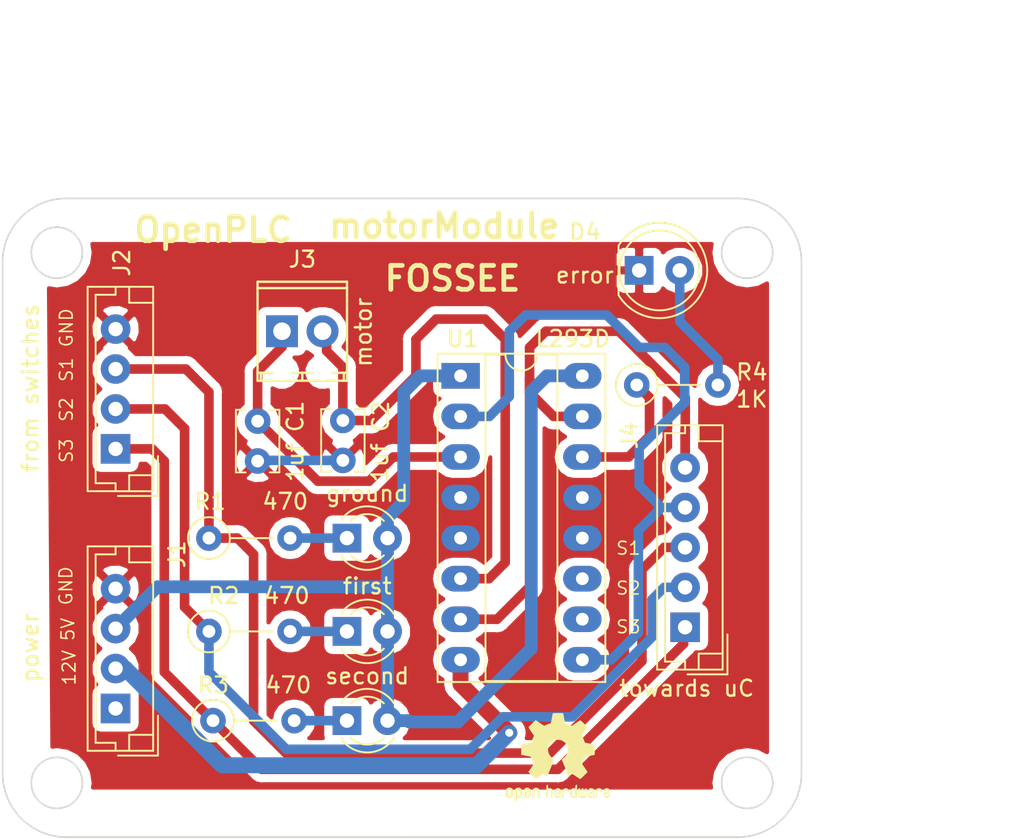
<source format=kicad_pcb>
(kicad_pcb (version 20171130) (host pcbnew 5.0.1)

  (general
    (thickness 1.6)
    (drawings 31)
    (tracks 125)
    (zones 0)
    (modules 16)
    (nets 19)
  )

  (page A4)
  (layers
    (0 F.Cu signal)
    (31 B.Cu signal)
    (32 B.Adhes user)
    (33 F.Adhes user)
    (34 B.Paste user)
    (35 F.Paste user)
    (36 B.SilkS user)
    (37 F.SilkS user)
    (38 B.Mask user)
    (39 F.Mask user)
    (40 Dwgs.User user)
    (41 Cmts.User user)
    (42 Eco1.User user)
    (43 Eco2.User user)
    (44 Edge.Cuts user)
    (45 Margin user)
    (46 B.CrtYd user)
    (47 F.CrtYd user)
    (48 B.Fab user)
    (49 F.Fab user)
  )

  (setup
    (last_trace_width 0.6)
    (trace_clearance 0.2)
    (zone_clearance 0.508)
    (zone_45_only no)
    (trace_min 0.2)
    (segment_width 0.2)
    (edge_width 0.15)
    (via_size 0.8)
    (via_drill 0.4)
    (via_min_size 0.4)
    (via_min_drill 0.3)
    (uvia_size 0.3)
    (uvia_drill 0.1)
    (uvias_allowed no)
    (uvia_min_size 0.2)
    (uvia_min_drill 0.1)
    (pcb_text_width 0.3)
    (pcb_text_size 1.5 1.5)
    (mod_edge_width 0.15)
    (mod_text_size 1 1)
    (mod_text_width 0.15)
    (pad_size 2.4 1.6)
    (pad_drill 0.8)
    (pad_to_mask_clearance 0.051)
    (solder_mask_min_width 0.25)
    (aux_axis_origin 0 0)
    (visible_elements FFFFEF7F)
    (pcbplotparams
      (layerselection 0x010fc_ffffffff)
      (usegerberextensions false)
      (usegerberattributes false)
      (usegerberadvancedattributes false)
      (creategerberjobfile false)
      (excludeedgelayer true)
      (linewidth 0.100000)
      (plotframeref false)
      (viasonmask false)
      (mode 1)
      (useauxorigin false)
      (hpglpennumber 1)
      (hpglpenspeed 20)
      (hpglpendiameter 15.000000)
      (psnegative false)
      (psa4output false)
      (plotreference true)
      (plotvalue true)
      (plotinvisibletext false)
      (padsonsilk false)
      (subtractmaskfromsilk false)
      (outputformat 1)
      (mirror false)
      (drillshape 0)
      (scaleselection 1)
      (outputdirectory "gerber/"))
  )

  (net 0 "")
  (net 1 +12V)
  (net 2 +5V)
  (net 3 GND)
  (net 4 /sw3)
  (net 5 /sw2)
  (net 6 /sw1)
  (net 7 /2a)
  (net 8 /1a)
  (net 9 "Net-(U1-Pad11)")
  (net 10 "Net-(U1-Pad10)")
  (net 11 "Net-(C1-Pad2)")
  (net 12 "Net-(C2-Pad1)")
  (net 13 "Net-(D1-Pad1)")
  (net 14 "Net-(D2-Pad1)")
  (net 15 "Net-(D3-Pad1)")
  (net 16 "Net-(D4-Pad2)")
  (net 17 "Net-(R4-Pad1)")
  (net 18 "Net-(J1-Pad1)")

  (net_class Default "This is the default net class."
    (clearance 0.2)
    (trace_width 0.6)
    (via_dia 0.8)
    (via_drill 0.4)
    (uvia_dia 0.3)
    (uvia_drill 0.1)
    (add_net /1a)
    (add_net /2a)
    (add_net /sw1)
    (add_net /sw2)
    (add_net /sw3)
    (add_net GND)
    (add_net "Net-(C1-Pad2)")
    (add_net "Net-(C2-Pad1)")
    (add_net "Net-(D1-Pad1)")
    (add_net "Net-(D2-Pad1)")
    (add_net "Net-(D3-Pad1)")
    (add_net "Net-(D4-Pad2)")
    (add_net "Net-(J1-Pad1)")
    (add_net "Net-(R4-Pad1)")
    (add_net "Net-(U1-Pad10)")
    (add_net "Net-(U1-Pad11)")
  )

  (net_class +12V ""
    (clearance 0.2)
    (trace_width 1)
    (via_dia 0.8)
    (via_drill 0.4)
    (uvia_dia 0.3)
    (uvia_drill 0.1)
    (add_net +12V)
  )

  (net_class +5V ""
    (clearance 0.2)
    (trace_width 0.8)
    (via_dia 0.8)
    (via_drill 0.4)
    (uvia_dia 0.3)
    (uvia_drill 0.1)
    (add_net +5V)
  )

  (module Connectors_JST:JST_EH_B05B-EH-A_05x2.50mm_Straight (layer F.Cu) (tedit 5C35F986) (tstamp 5C36513B)
    (at 123.525 106.675 90)
    (descr "JST EH series connector, B05B-EH-A, 2.50mm pitch, top entry")
    (tags "connector jst eh top vertical straight")
    (path /5C2E1BA3)
    (fp_text reference J4 (at 12.005 -3.485 90) (layer F.SilkS)
      (effects (font (size 1 1) (thickness 0.15)))
    )
    (fp_text value "towards uC" (at -3.825 0.1 180) (layer F.SilkS)
      (effects (font (size 1 1) (thickness 0.15)))
    )
    (fp_line (start 13.15 -2.25) (end -3.15 -2.25) (layer F.CrtYd) (width 0.05))
    (fp_line (start 13.15 2.85) (end 13.15 -2.25) (layer F.CrtYd) (width 0.05))
    (fp_line (start -3.15 2.85) (end 13.15 2.85) (layer F.CrtYd) (width 0.05))
    (fp_line (start -3.15 -2.25) (end -3.15 2.85) (layer F.CrtYd) (width 0.05))
    (fp_line (start -2.95 2.65) (end -0.45 2.65) (layer F.Fab) (width 0.1))
    (fp_line (start -2.95 0.15) (end -2.95 2.65) (layer F.Fab) (width 0.1))
    (fp_line (start -2.95 2.65) (end -0.45 2.65) (layer F.SilkS) (width 0.12))
    (fp_line (start -2.95 0.15) (end -2.95 2.65) (layer F.SilkS) (width 0.12))
    (fp_line (start 11.65 0.85) (end 11.65 2.35) (layer F.SilkS) (width 0.12))
    (fp_line (start 12.65 0.85) (end 11.65 0.85) (layer F.SilkS) (width 0.12))
    (fp_line (start -1.65 0.85) (end -1.65 2.35) (layer F.SilkS) (width 0.12))
    (fp_line (start -2.65 0.85) (end -1.65 0.85) (layer F.SilkS) (width 0.12))
    (fp_line (start 12.15 0) (end 12.65 0) (layer F.SilkS) (width 0.12))
    (fp_line (start 12.15 -1.25) (end 12.15 0) (layer F.SilkS) (width 0.12))
    (fp_line (start -2.15 -1.25) (end 12.15 -1.25) (layer F.SilkS) (width 0.12))
    (fp_line (start -2.15 0) (end -2.15 -1.25) (layer F.SilkS) (width 0.12))
    (fp_line (start -2.65 0) (end -2.15 0) (layer F.SilkS) (width 0.12))
    (fp_line (start 12.65 -1.75) (end -2.65 -1.75) (layer F.SilkS) (width 0.12))
    (fp_line (start 12.65 2.35) (end 12.65 -1.75) (layer F.SilkS) (width 0.12))
    (fp_line (start -2.65 2.35) (end 12.65 2.35) (layer F.SilkS) (width 0.12))
    (fp_line (start -2.65 -1.75) (end -2.65 2.35) (layer F.SilkS) (width 0.12))
    (fp_line (start 12.5 -1.6) (end -2.5 -1.6) (layer F.Fab) (width 0.1))
    (fp_line (start 12.5 2.2) (end 12.5 -1.6) (layer F.Fab) (width 0.1))
    (fp_line (start -2.5 2.2) (end 12.5 2.2) (layer F.Fab) (width 0.1))
    (fp_line (start -2.5 -1.6) (end -2.5 2.2) (layer F.Fab) (width 0.1))
    (fp_text user %R (at 12.005 -3.485 90) (layer F.Fab)
      (effects (font (size 1 1) (thickness 0.15)))
    )
    (pad 5 thru_hole circle (at 10 0 90) (size 1.85 1.85) (drill 0.9) (layers *.Cu *.Mask)
      (net 7 /2a))
    (pad 4 thru_hole circle (at 7.5 0 90) (size 1.85 1.85) (drill 0.9) (layers *.Cu *.Mask)
      (net 8 /1a))
    (pad 3 thru_hole circle (at 5 0 90) (size 1.85 1.85) (drill 0.9) (layers *.Cu *.Mask)
      (net 6 /sw1))
    (pad 2 thru_hole circle (at 2.5 0 90) (size 1.85 1.85) (drill 0.9) (layers *.Cu *.Mask)
      (net 5 /sw2))
    (pad 1 thru_hole rect (at 0 0 90) (size 1.85 1.85) (drill 0.9) (layers *.Cu *.Mask)
      (net 4 /sw3))
    (model Connectors_JST.3dshapes/JST_EH_B05B-EH-A_05x2.50mm_Straight.wrl
      (at (xyz 0 0 0))
      (scale (xyz 1 1 1))
      (rotate (xyz 0 0 0))
    )
  )

  (module LEDs:LED_D5.0mm (layer F.Cu) (tedit 5C35EEAA) (tstamp 5C32FAA9)
    (at 120.65 84.328)
    (descr "LED, diameter 5.0mm, 2 pins, http://cdn-reichelt.de/documents/datenblatt/A500/LL-504BC2E-009.pdf")
    (tags "LED diameter 5.0mm 2 pins")
    (path /5C333823)
    (fp_text reference D4 (at -3.4 -2.4) (layer F.SilkS)
      (effects (font (size 1 1) (thickness 0.15)))
    )
    (fp_text value error (at -3.4 0.3) (layer F.SilkS)
      (effects (font (size 1 1) (thickness 0.15)))
    )
    (fp_text user %R (at -1.15 -2.575) (layer F.Fab)
      (effects (font (size 0.8 0.8) (thickness 0.2)))
    )
    (fp_line (start 4.5 -3.25) (end -1.95 -3.25) (layer F.CrtYd) (width 0.05))
    (fp_line (start 4.5 3.25) (end 4.5 -3.25) (layer F.CrtYd) (width 0.05))
    (fp_line (start -1.95 3.25) (end 4.5 3.25) (layer F.CrtYd) (width 0.05))
    (fp_line (start -1.95 -3.25) (end -1.95 3.25) (layer F.CrtYd) (width 0.05))
    (fp_line (start -1.29 -1.545) (end -1.29 1.545) (layer F.SilkS) (width 0.12))
    (fp_line (start -1.23 -1.469694) (end -1.23 1.469694) (layer F.Fab) (width 0.1))
    (fp_circle (center 1.27 0) (end 3.77 0) (layer F.SilkS) (width 0.12))
    (fp_circle (center 1.27 0) (end 3.77 0) (layer F.Fab) (width 0.1))
    (fp_arc (start 1.27 0) (end -1.29 1.54483) (angle -148.9) (layer F.SilkS) (width 0.12))
    (fp_arc (start 1.27 0) (end -1.29 -1.54483) (angle 148.9) (layer F.SilkS) (width 0.12))
    (fp_arc (start 1.27 0) (end -1.23 -1.469694) (angle 299.1) (layer F.Fab) (width 0.1))
    (pad 2 thru_hole circle (at 2.54 0) (size 1.8 1.8) (drill 0.9) (layers *.Cu *.Mask)
      (net 16 "Net-(D4-Pad2)"))
    (pad 1 thru_hole rect (at 0 0) (size 1.8 1.8) (drill 0.9) (layers *.Cu *.Mask)
      (net 3 GND))
    (model ${KISYS3DMOD}/LEDs.3dshapes/LED_D5.0mm.wrl
      (at (xyz 0 0 0))
      (scale (xyz 0.393701 0.393701 0.393701))
      (rotate (xyz 0 0 0))
    )
  )

  (module Resistors_THT:R_Axial_DIN0207_L6.3mm_D2.5mm_P5.08mm_Vertical (layer F.Cu) (tedit 5C35EEC3) (tstamp 5C32F518)
    (at 120.5 91.5)
    (descr "Resistor, Axial_DIN0207 series, Axial, Vertical, pin pitch=5.08mm, 0.25W = 1/4W, length*diameter=6.3*2.5mm^2, http://cdn-reichelt.de/documents/datenblatt/B400/1_4W%23YAG.pdf")
    (tags "Resistor Axial_DIN0207 series Axial Vertical pin pitch 5.08mm 0.25W = 1/4W length 6.3mm diameter 2.5mm")
    (path /5C332B9A)
    (fp_text reference R4 (at 7.2 -0.8) (layer F.SilkS)
      (effects (font (size 1 1) (thickness 0.15)))
    )
    (fp_text value 1K (at 7.2 0.9) (layer F.SilkS)
      (effects (font (size 1 1) (thickness 0.15)))
    )
    (fp_line (start 6.2 -1.6) (end -1.6 -1.6) (layer F.CrtYd) (width 0.05))
    (fp_line (start 6.2 1.6) (end 6.2 -1.6) (layer F.CrtYd) (width 0.05))
    (fp_line (start -1.6 1.6) (end 6.2 1.6) (layer F.CrtYd) (width 0.05))
    (fp_line (start -1.6 -1.6) (end -1.6 1.6) (layer F.CrtYd) (width 0.05))
    (fp_line (start 1.31 0) (end 3.98 0) (layer F.SilkS) (width 0.12))
    (fp_line (start 0 0) (end 5.08 0) (layer F.Fab) (width 0.1))
    (fp_circle (center 0 0) (end 1.31 0) (layer F.SilkS) (width 0.12))
    (fp_circle (center 0 0) (end 1.25 0) (layer F.Fab) (width 0.1))
    (pad 2 thru_hole oval (at 5.08 0) (size 1.6 1.6) (drill 0.8) (layers *.Cu *.Mask)
      (net 16 "Net-(D4-Pad2)"))
    (pad 1 thru_hole circle (at 0 0) (size 1.6 1.6) (drill 0.8) (layers *.Cu *.Mask)
      (net 17 "Net-(R4-Pad1)"))
    (model ${KISYS3DMOD}/Resistors_THT.3dshapes/R_Axial_DIN0207_L6.3mm_D2.5mm_P5.08mm_Vertical.wrl
      (at (xyz 0 0 0))
      (scale (xyz 0.393701 0.393701 0.393701))
      (rotate (xyz 0 0 0))
    )
  )

  (module Capacitors_THT:C_Disc_D3.8mm_W2.6mm_P2.50mm (layer F.Cu) (tedit 5C35EE5A) (tstamp 5C2E4371)
    (at 102.108 93.726 270)
    (descr "C, Disc series, Radial, pin pitch=2.50mm, , diameter*width=3.8*2.6mm^2, Capacitor, http://www.vishay.com/docs/45233/krseries.pdf")
    (tags "C Disc series Radial pin pitch 2.50mm  diameter 3.8mm width 2.6mm Capacitor")
    (path /5C2E4D95)
    (fp_text reference C2 (at -0.251 -2.367 270) (layer F.SilkS)
      (effects (font (size 1 1) (thickness 0.15)))
    )
    (fp_text value 1uf (at 2.624 2.983 270) (layer F.SilkS)
      (effects (font (size 1 1) (thickness 0.15)))
    )
    (fp_line (start -0.65 -1.3) (end -0.65 1.3) (layer F.Fab) (width 0.1))
    (fp_line (start -0.65 1.3) (end 3.15 1.3) (layer F.Fab) (width 0.1))
    (fp_line (start 3.15 1.3) (end 3.15 -1.3) (layer F.Fab) (width 0.1))
    (fp_line (start 3.15 -1.3) (end -0.65 -1.3) (layer F.Fab) (width 0.1))
    (fp_line (start -0.71 -1.36) (end 3.21 -1.36) (layer F.SilkS) (width 0.12))
    (fp_line (start -0.71 1.36) (end 3.21 1.36) (layer F.SilkS) (width 0.12))
    (fp_line (start -0.71 -1.36) (end -0.71 -0.75) (layer F.SilkS) (width 0.12))
    (fp_line (start -0.71 0.75) (end -0.71 1.36) (layer F.SilkS) (width 0.12))
    (fp_line (start 3.21 -1.36) (end 3.21 -0.75) (layer F.SilkS) (width 0.12))
    (fp_line (start 3.21 0.75) (end 3.21 1.36) (layer F.SilkS) (width 0.12))
    (fp_line (start -1.05 -1.65) (end -1.05 1.65) (layer F.CrtYd) (width 0.05))
    (fp_line (start -1.05 1.65) (end 3.55 1.65) (layer F.CrtYd) (width 0.05))
    (fp_line (start 3.55 1.65) (end 3.55 -1.65) (layer F.CrtYd) (width 0.05))
    (fp_line (start 3.55 -1.65) (end -1.05 -1.65) (layer F.CrtYd) (width 0.05))
    (fp_text user %R (at -0.251 -2.367 270) (layer F.Fab)
      (effects (font (size 1 1) (thickness 0.15)))
    )
    (pad 1 thru_hole circle (at 0 0 270) (size 1.6 1.6) (drill 0.8) (layers *.Cu *.Mask)
      (net 12 "Net-(C2-Pad1)"))
    (pad 2 thru_hole circle (at 2.5 0 270) (size 1.6 1.6) (drill 0.8) (layers *.Cu *.Mask)
      (net 3 GND))
    (model ${KISYS3DMOD}/Capacitors_THT.3dshapes/C_Disc_D3.8mm_W2.6mm_P2.50mm.wrl
      (at (xyz 0 0 0))
      (scale (xyz 1 1 1))
      (rotate (xyz 0 0 0))
    )
  )

  (module Capacitors_THT:C_Disc_D3.8mm_W2.6mm_P2.50mm (layer F.Cu) (tedit 5C35EE67) (tstamp 5C2E4586)
    (at 96.774 96.266 90)
    (descr "C, Disc series, Radial, pin pitch=2.50mm, , diameter*width=3.8*2.6mm^2, Capacitor, http://www.vishay.com/docs/45233/krseries.pdf")
    (tags "C Disc series Radial pin pitch 2.50mm  diameter 3.8mm width 2.6mm Capacitor")
    (path /5C2E4DE2)
    (fp_text reference C1 (at 2.791 2.351 90) (layer F.SilkS)
      (effects (font (size 1 1) (thickness 0.15)))
    )
    (fp_text value 1uf (at -0.109 7.651 90) (layer F.SilkS)
      (effects (font (size 1 1) (thickness 0.15)))
    )
    (fp_text user %R (at 2.791 2.351 90) (layer F.Fab)
      (effects (font (size 1 1) (thickness 0.15)))
    )
    (fp_line (start 3.55 -1.65) (end -1.05 -1.65) (layer F.CrtYd) (width 0.05))
    (fp_line (start 3.55 1.65) (end 3.55 -1.65) (layer F.CrtYd) (width 0.05))
    (fp_line (start -1.05 1.65) (end 3.55 1.65) (layer F.CrtYd) (width 0.05))
    (fp_line (start -1.05 -1.65) (end -1.05 1.65) (layer F.CrtYd) (width 0.05))
    (fp_line (start 3.21 0.75) (end 3.21 1.36) (layer F.SilkS) (width 0.12))
    (fp_line (start 3.21 -1.36) (end 3.21 -0.75) (layer F.SilkS) (width 0.12))
    (fp_line (start -0.71 0.75) (end -0.71 1.36) (layer F.SilkS) (width 0.12))
    (fp_line (start -0.71 -1.36) (end -0.71 -0.75) (layer F.SilkS) (width 0.12))
    (fp_line (start -0.71 1.36) (end 3.21 1.36) (layer F.SilkS) (width 0.12))
    (fp_line (start -0.71 -1.36) (end 3.21 -1.36) (layer F.SilkS) (width 0.12))
    (fp_line (start 3.15 -1.3) (end -0.65 -1.3) (layer F.Fab) (width 0.1))
    (fp_line (start 3.15 1.3) (end 3.15 -1.3) (layer F.Fab) (width 0.1))
    (fp_line (start -0.65 1.3) (end 3.15 1.3) (layer F.Fab) (width 0.1))
    (fp_line (start -0.65 -1.3) (end -0.65 1.3) (layer F.Fab) (width 0.1))
    (pad 2 thru_hole circle (at 2.5 0 90) (size 1.6 1.6) (drill 0.8) (layers *.Cu *.Mask)
      (net 11 "Net-(C1-Pad2)"))
    (pad 1 thru_hole circle (at 0 0 90) (size 1.6 1.6) (drill 0.8) (layers *.Cu *.Mask)
      (net 3 GND))
    (model ${KISYS3DMOD}/Capacitors_THT.3dshapes/C_Disc_D3.8mm_W2.6mm_P2.50mm.wrl
      (at (xyz 0 0 0))
      (scale (xyz 1 1 1))
      (rotate (xyz 0 0 0))
    )
  )

  (module Resistors_THT:R_Axial_DIN0207_L6.3mm_D2.5mm_P5.08mm_Vertical (layer F.Cu) (tedit 5C35EF18) (tstamp 5C2E3B01)
    (at 93.98 112.522)
    (descr "Resistor, Axial_DIN0207 series, Axial, Vertical, pin pitch=5.08mm, 0.25W = 1/4W, length*diameter=6.3*2.5mm^2, http://cdn-reichelt.de/documents/datenblatt/B400/1_4W%23YAG.pdf")
    (tags "Resistor Axial_DIN0207 series Axial Vertical pin pitch 5.08mm 0.25W = 1/4W length 6.3mm diameter 2.5mm")
    (path /5C2E9431)
    (fp_text reference R3 (at 0.02 -2.222) (layer F.SilkS)
      (effects (font (size 1 1) (thickness 0.15)))
    )
    (fp_text value 470 (at 4.72 -2.222) (layer F.SilkS)
      (effects (font (size 1 1) (thickness 0.15)))
    )
    (fp_line (start 6.2 -1.6) (end -1.6 -1.6) (layer F.CrtYd) (width 0.05))
    (fp_line (start 6.2 1.6) (end 6.2 -1.6) (layer F.CrtYd) (width 0.05))
    (fp_line (start -1.6 1.6) (end 6.2 1.6) (layer F.CrtYd) (width 0.05))
    (fp_line (start -1.6 -1.6) (end -1.6 1.6) (layer F.CrtYd) (width 0.05))
    (fp_line (start 1.31 0) (end 3.98 0) (layer F.SilkS) (width 0.12))
    (fp_line (start 0 0) (end 5.08 0) (layer F.Fab) (width 0.1))
    (fp_circle (center 0 0) (end 1.31 0) (layer F.SilkS) (width 0.12))
    (fp_circle (center 0 0) (end 1.25 0) (layer F.Fab) (width 0.1))
    (pad 2 thru_hole oval (at 5.08 0) (size 1.6 1.6) (drill 0.8) (layers *.Cu *.Mask)
      (net 15 "Net-(D3-Pad1)"))
    (pad 1 thru_hole circle (at 0 0) (size 1.6 1.6) (drill 0.8) (layers *.Cu *.Mask)
      (net 4 /sw3))
    (model ${KISYS3DMOD}/Resistors_THT.3dshapes/R_Axial_DIN0207_L6.3mm_D2.5mm_P5.08mm_Vertical.wrl
      (at (xyz 0 0 0))
      (scale (xyz 0.393701 0.393701 0.393701))
      (rotate (xyz 0 0 0))
    )
  )

  (module Resistors_THT:R_Axial_DIN0207_L6.3mm_D2.5mm_P5.08mm_Vertical (layer F.Cu) (tedit 5C35EF03) (tstamp 5C2E3AF4)
    (at 93.726 106.934)
    (descr "Resistor, Axial_DIN0207 series, Axial, Vertical, pin pitch=5.08mm, 0.25W = 1/4W, length*diameter=6.3*2.5mm^2, http://cdn-reichelt.de/documents/datenblatt/B400/1_4W%23YAG.pdf")
    (tags "Resistor Axial_DIN0207 series Axial Vertical pin pitch 5.08mm 0.25W = 1/4W length 6.3mm diameter 2.5mm")
    (path /5C2E9401)
    (fp_text reference R2 (at 0.924 -2.234) (layer F.SilkS)
      (effects (font (size 1 1) (thickness 0.15)))
    )
    (fp_text value 470 (at 4.874 -2.234) (layer F.SilkS)
      (effects (font (size 1 1) (thickness 0.15)))
    )
    (fp_circle (center 0 0) (end 1.25 0) (layer F.Fab) (width 0.1))
    (fp_circle (center 0 0) (end 1.31 0) (layer F.SilkS) (width 0.12))
    (fp_line (start 0 0) (end 5.08 0) (layer F.Fab) (width 0.1))
    (fp_line (start 1.31 0) (end 3.98 0) (layer F.SilkS) (width 0.12))
    (fp_line (start -1.6 -1.6) (end -1.6 1.6) (layer F.CrtYd) (width 0.05))
    (fp_line (start -1.6 1.6) (end 6.2 1.6) (layer F.CrtYd) (width 0.05))
    (fp_line (start 6.2 1.6) (end 6.2 -1.6) (layer F.CrtYd) (width 0.05))
    (fp_line (start 6.2 -1.6) (end -1.6 -1.6) (layer F.CrtYd) (width 0.05))
    (pad 1 thru_hole circle (at 0 0) (size 1.6 1.6) (drill 0.8) (layers *.Cu *.Mask)
      (net 5 /sw2))
    (pad 2 thru_hole oval (at 5.08 0) (size 1.6 1.6) (drill 0.8) (layers *.Cu *.Mask)
      (net 14 "Net-(D2-Pad1)"))
    (model ${KISYS3DMOD}/Resistors_THT.3dshapes/R_Axial_DIN0207_L6.3mm_D2.5mm_P5.08mm_Vertical.wrl
      (at (xyz 0 0 0))
      (scale (xyz 0.393701 0.393701 0.393701))
      (rotate (xyz 0 0 0))
    )
  )

  (module Resistors_THT:R_Axial_DIN0207_L6.3mm_D2.5mm_P5.08mm_Vertical (layer F.Cu) (tedit 5C35EE75) (tstamp 5C35EFB9)
    (at 93.726 101.092)
    (descr "Resistor, Axial_DIN0207 series, Axial, Vertical, pin pitch=5.08mm, 0.25W = 1/4W, length*diameter=6.3*2.5mm^2, http://cdn-reichelt.de/documents/datenblatt/B400/1_4W%23YAG.pdf")
    (tags "Resistor Axial_DIN0207 series Axial Vertical pin pitch 5.08mm 0.25W = 1/4W length 6.3mm diameter 2.5mm")
    (path /5C2E932B)
    (fp_text reference R1 (at 0.074 -2.292) (layer F.SilkS)
      (effects (font (size 1 1) (thickness 0.15)))
    )
    (fp_text value 470 (at 4.774 -2.292) (layer F.SilkS)
      (effects (font (size 1 1) (thickness 0.15)))
    )
    (fp_line (start 6.2 -1.6) (end -1.6 -1.6) (layer F.CrtYd) (width 0.05))
    (fp_line (start 6.2 1.6) (end 6.2 -1.6) (layer F.CrtYd) (width 0.05))
    (fp_line (start -1.6 1.6) (end 6.2 1.6) (layer F.CrtYd) (width 0.05))
    (fp_line (start -1.6 -1.6) (end -1.6 1.6) (layer F.CrtYd) (width 0.05))
    (fp_line (start 1.31 0) (end 3.98 0) (layer F.SilkS) (width 0.12))
    (fp_line (start 0 0) (end 5.08 0) (layer F.Fab) (width 0.1))
    (fp_circle (center 0 0) (end 1.31 0) (layer F.SilkS) (width 0.12))
    (fp_circle (center 0 0) (end 1.25 0) (layer F.Fab) (width 0.1))
    (pad 2 thru_hole oval (at 5.08 0) (size 1.6 1.6) (drill 0.8) (layers *.Cu *.Mask)
      (net 13 "Net-(D1-Pad1)"))
    (pad 1 thru_hole circle (at 0 0) (size 1.6 1.6) (drill 0.8) (layers *.Cu *.Mask)
      (net 6 /sw1))
    (model ${KISYS3DMOD}/Resistors_THT.3dshapes/R_Axial_DIN0207_L6.3mm_D2.5mm_P5.08mm_Vertical.wrl
      (at (xyz 0 0 0))
      (scale (xyz 0.393701 0.393701 0.393701))
      (rotate (xyz 0 0 0))
    )
  )

  (module LEDs:LED_D3.0mm (layer F.Cu) (tedit 5C3C6081) (tstamp 5C3CE349)
    (at 102.362 112.522)
    (descr "LED, diameter 3.0mm, 2 pins")
    (tags "LED diameter 3.0mm 2 pins")
    (path /5C2E5E7E)
    (fp_text reference D3 (at -0.254 -1.524) (layer F.Fab)
      (effects (font (size 1 1) (thickness 0.15)))
    )
    (fp_text value second (at 1.27 -2.794) (layer F.SilkS)
      (effects (font (size 1 1) (thickness 0.15)))
    )
    (fp_line (start 3.7 -2.25) (end -1.15 -2.25) (layer F.CrtYd) (width 0.05))
    (fp_line (start 3.7 2.25) (end 3.7 -2.25) (layer F.CrtYd) (width 0.05))
    (fp_line (start -1.15 2.25) (end 3.7 2.25) (layer F.CrtYd) (width 0.05))
    (fp_line (start -1.15 -2.25) (end -1.15 2.25) (layer F.CrtYd) (width 0.05))
    (fp_line (start -0.29 1.08) (end -0.29 1.236) (layer F.SilkS) (width 0.12))
    (fp_line (start -0.29 -1.236) (end -0.29 -1.08) (layer F.SilkS) (width 0.12))
    (fp_line (start -0.23 -1.16619) (end -0.23 1.16619) (layer F.Fab) (width 0.1))
    (fp_circle (center 1.27 0) (end 2.77 0) (layer F.Fab) (width 0.1))
    (fp_arc (start 1.27 0) (end 0.229039 1.08) (angle -87.9) (layer F.SilkS) (width 0.12))
    (fp_arc (start 1.27 0) (end 0.229039 -1.08) (angle 87.9) (layer F.SilkS) (width 0.12))
    (fp_arc (start 1.27 0) (end -0.29 1.235516) (angle -108.8) (layer F.SilkS) (width 0.12))
    (fp_arc (start 1.27 0) (end -0.29 -1.235516) (angle 108.8) (layer F.SilkS) (width 0.12))
    (fp_arc (start 1.27 0) (end -0.23 -1.16619) (angle 284.3) (layer F.Fab) (width 0.1))
    (pad 2 thru_hole circle (at 2.54 0) (size 1.8 1.8) (drill 0.9) (layers *.Cu *.Mask)
      (net 2 +5V))
    (pad 1 thru_hole rect (at 0 0) (size 1.8 1.8) (drill 0.9) (layers *.Cu *.Mask)
      (net 15 "Net-(D3-Pad1)"))
    (model ${KISYS3DMOD}/LEDs.3dshapes/LED_D3.0mm.wrl
      (at (xyz 0 0 0))
      (scale (xyz 0.393701 0.393701 0.393701))
      (rotate (xyz 0 0 0))
    )
  )

  (module LEDs:LED_D3.0mm (layer F.Cu) (tedit 5C3C6074) (tstamp 5C2E3D7F)
    (at 102.362 106.934)
    (descr "LED, diameter 3.0mm, 2 pins")
    (tags "LED diameter 3.0mm 2 pins")
    (path /5C2E5E42)
    (fp_text reference D2 (at 4.572 -0.254) (layer F.Fab)
      (effects (font (size 1 1) (thickness 0.15)))
    )
    (fp_text value first (at 1.27 -2.834) (layer F.SilkS)
      (effects (font (size 1 1) (thickness 0.15)))
    )
    (fp_arc (start 1.27 0) (end -0.23 -1.16619) (angle 284.3) (layer F.Fab) (width 0.1))
    (fp_arc (start 1.27 0) (end -0.29 -1.235516) (angle 108.8) (layer F.SilkS) (width 0.12))
    (fp_arc (start 1.27 0) (end -0.29 1.235516) (angle -108.8) (layer F.SilkS) (width 0.12))
    (fp_arc (start 1.27 0) (end 0.229039 -1.08) (angle 87.9) (layer F.SilkS) (width 0.12))
    (fp_arc (start 1.27 0) (end 0.229039 1.08) (angle -87.9) (layer F.SilkS) (width 0.12))
    (fp_circle (center 1.27 0) (end 2.77 0) (layer F.Fab) (width 0.1))
    (fp_line (start -0.23 -1.16619) (end -0.23 1.16619) (layer F.Fab) (width 0.1))
    (fp_line (start -0.29 -1.236) (end -0.29 -1.08) (layer F.SilkS) (width 0.12))
    (fp_line (start -0.29 1.08) (end -0.29 1.236) (layer F.SilkS) (width 0.12))
    (fp_line (start -1.15 -2.25) (end -1.15 2.25) (layer F.CrtYd) (width 0.05))
    (fp_line (start -1.15 2.25) (end 3.7 2.25) (layer F.CrtYd) (width 0.05))
    (fp_line (start 3.7 2.25) (end 3.7 -2.25) (layer F.CrtYd) (width 0.05))
    (fp_line (start 3.7 -2.25) (end -1.15 -2.25) (layer F.CrtYd) (width 0.05))
    (pad 1 thru_hole rect (at 0 0) (size 1.8 1.8) (drill 0.9) (layers *.Cu *.Mask)
      (net 14 "Net-(D2-Pad1)"))
    (pad 2 thru_hole circle (at 2.54 0) (size 1.8 1.8) (drill 0.9) (layers *.Cu *.Mask)
      (net 2 +5V))
    (model ${KISYS3DMOD}/LEDs.3dshapes/LED_D3.0mm.wrl
      (at (xyz 0 0 0))
      (scale (xyz 0.393701 0.393701 0.393701))
      (rotate (xyz 0 0 0))
    )
  )

  (module LEDs:LED_D3.0mm (layer F.Cu) (tedit 5C3C6066) (tstamp 5C2E3DDA)
    (at 102.362 101.092)
    (descr "LED, diameter 3.0mm, 2 pins")
    (tags "LED diameter 3.0mm 2 pins")
    (path /5C2E5DA0)
    (fp_text reference D1 (at 4.572 -0.508) (layer F.Fab)
      (effects (font (size 1 1) (thickness 0.15)))
    )
    (fp_text value ground (at 1.27 -2.794) (layer F.SilkS)
      (effects (font (size 1 1) (thickness 0.15)))
    )
    (fp_line (start 3.7 -2.25) (end -1.15 -2.25) (layer F.CrtYd) (width 0.05))
    (fp_line (start 3.7 2.25) (end 3.7 -2.25) (layer F.CrtYd) (width 0.05))
    (fp_line (start -1.15 2.25) (end 3.7 2.25) (layer F.CrtYd) (width 0.05))
    (fp_line (start -1.15 -2.25) (end -1.15 2.25) (layer F.CrtYd) (width 0.05))
    (fp_line (start -0.29 1.08) (end -0.29 1.236) (layer F.SilkS) (width 0.12))
    (fp_line (start -0.29 -1.236) (end -0.29 -1.08) (layer F.SilkS) (width 0.12))
    (fp_line (start -0.23 -1.16619) (end -0.23 1.16619) (layer F.Fab) (width 0.1))
    (fp_circle (center 1.27 0) (end 2.77 0) (layer F.Fab) (width 0.1))
    (fp_arc (start 1.27 0) (end 0.229039 1.08) (angle -87.9) (layer F.SilkS) (width 0.12))
    (fp_arc (start 1.27 0) (end 0.229039 -1.08) (angle 87.9) (layer F.SilkS) (width 0.12))
    (fp_arc (start 1.27 0) (end -0.29 1.235516) (angle -108.8) (layer F.SilkS) (width 0.12))
    (fp_arc (start 1.27 0) (end -0.29 -1.235516) (angle 108.8) (layer F.SilkS) (width 0.12))
    (fp_arc (start 1.27 0) (end -0.23 -1.16619) (angle 284.3) (layer F.Fab) (width 0.1))
    (pad 2 thru_hole circle (at 2.54 0) (size 1.8 1.8) (drill 0.9) (layers *.Cu *.Mask)
      (net 2 +5V))
    (pad 1 thru_hole rect (at 0 0) (size 1.8 1.8) (drill 0.9) (layers *.Cu *.Mask)
      (net 13 "Net-(D1-Pad1)"))
    (model ${KISYS3DMOD}/LEDs.3dshapes/LED_D3.0mm.wrl
      (at (xyz 0 0 0))
      (scale (xyz 0.393701 0.393701 0.393701))
      (rotate (xyz 0 0 0))
    )
  )

  (module Housings_DIP:DIP-16_W7.62mm_Socket_LongPads (layer F.Cu) (tedit 5C35EF60) (tstamp 5C2E05C8)
    (at 109.474 90.932)
    (descr "16-lead though-hole mounted DIP package, row spacing 7.62 mm (300 mils), Socket, LongPads")
    (tags "THT DIP DIL PDIP 2.54mm 7.62mm 300mil Socket LongPads")
    (path /5C2E03BE)
    (fp_text reference U1 (at 0.126 -2.332) (layer F.SilkS)
      (effects (font (size 1 1) (thickness 0.15)))
    )
    (fp_text value L293D (at 7.026 -2.332) (layer F.SilkS)
      (effects (font (size 1 1) (thickness 0.15)))
    )
    (fp_text user %R (at 3.81 8.89) (layer F.Fab)
      (effects (font (size 1 1) (thickness 0.15)))
    )
    (fp_line (start 9.15 -1.6) (end -1.55 -1.6) (layer F.CrtYd) (width 0.05))
    (fp_line (start 9.15 19.4) (end 9.15 -1.6) (layer F.CrtYd) (width 0.05))
    (fp_line (start -1.55 19.4) (end 9.15 19.4) (layer F.CrtYd) (width 0.05))
    (fp_line (start -1.55 -1.6) (end -1.55 19.4) (layer F.CrtYd) (width 0.05))
    (fp_line (start 9.06 -1.39) (end -1.44 -1.39) (layer F.SilkS) (width 0.12))
    (fp_line (start 9.06 19.17) (end 9.06 -1.39) (layer F.SilkS) (width 0.12))
    (fp_line (start -1.44 19.17) (end 9.06 19.17) (layer F.SilkS) (width 0.12))
    (fp_line (start -1.44 -1.39) (end -1.44 19.17) (layer F.SilkS) (width 0.12))
    (fp_line (start 6.06 -1.33) (end 4.81 -1.33) (layer F.SilkS) (width 0.12))
    (fp_line (start 6.06 19.11) (end 6.06 -1.33) (layer F.SilkS) (width 0.12))
    (fp_line (start 1.56 19.11) (end 6.06 19.11) (layer F.SilkS) (width 0.12))
    (fp_line (start 1.56 -1.33) (end 1.56 19.11) (layer F.SilkS) (width 0.12))
    (fp_line (start 2.81 -1.33) (end 1.56 -1.33) (layer F.SilkS) (width 0.12))
    (fp_line (start 8.89 -1.33) (end -1.27 -1.33) (layer F.Fab) (width 0.1))
    (fp_line (start 8.89 19.11) (end 8.89 -1.33) (layer F.Fab) (width 0.1))
    (fp_line (start -1.27 19.11) (end 8.89 19.11) (layer F.Fab) (width 0.1))
    (fp_line (start -1.27 -1.33) (end -1.27 19.11) (layer F.Fab) (width 0.1))
    (fp_line (start 0.635 -0.27) (end 1.635 -1.27) (layer F.Fab) (width 0.1))
    (fp_line (start 0.635 19.05) (end 0.635 -0.27) (layer F.Fab) (width 0.1))
    (fp_line (start 6.985 19.05) (end 0.635 19.05) (layer F.Fab) (width 0.1))
    (fp_line (start 6.985 -1.27) (end 6.985 19.05) (layer F.Fab) (width 0.1))
    (fp_line (start 1.635 -1.27) (end 6.985 -1.27) (layer F.Fab) (width 0.1))
    (fp_arc (start 3.81 -1.33) (end 2.81 -1.33) (angle -180) (layer F.SilkS) (width 0.12))
    (pad 16 thru_hole oval (at 7.62 0) (size 2.4 1.6) (drill 0.8) (layers *.Cu *.Mask)
      (net 2 +5V))
    (pad 8 thru_hole oval (at 0 17.78) (size 2.4 1.6) (drill 0.8) (layers *.Cu *.Mask)
      (net 1 +12V))
    (pad 15 thru_hole oval (at 7.62 2.54) (size 2.4 1.6) (drill 0.8) (layers *.Cu *.Mask)
      (net 7 /2a))
    (pad 7 thru_hole oval (at 0 15.24) (size 2.4 1.6) (drill 0.8) (layers *.Cu *.Mask)
      (net 7 /2a))
    (pad 14 thru_hole oval (at 7.62 5.08) (size 2.4 1.6) (drill 0.8) (layers *.Cu *.Mask)
      (net 17 "Net-(R4-Pad1)"))
    (pad 6 thru_hole oval (at 0 12.7) (size 2.4 1.6) (drill 0.8) (layers *.Cu *.Mask)
      (net 12 "Net-(C2-Pad1)"))
    (pad 13 thru_hole oval (at 7.62 7.62) (size 2.4 1.6) (drill 0.8) (layers *.Cu *.Mask)
      (net 3 GND) (zone_connect 2))
    (pad 5 thru_hole oval (at 0 10.16) (size 2.4 1.6) (drill 0.8) (layers *.Cu *.Mask)
      (net 3 GND) (zone_connect 2))
    (pad 12 thru_hole oval (at 7.62 10.16) (size 2.4 1.6) (drill 0.8) (layers *.Cu *.Mask)
      (net 3 GND) (zone_connect 2))
    (pad 4 thru_hole oval (at 0 7.62) (size 2.4 1.6) (drill 0.8) (layers *.Cu *.Mask)
      (net 3 GND) (zone_connect 2))
    (pad 11 thru_hole oval (at 7.62 12.7) (size 2.4 1.6) (drill 0.8) (layers *.Cu *.Mask)
      (net 9 "Net-(U1-Pad11)"))
    (pad 3 thru_hole oval (at 0 5.08) (size 2.4 1.6) (drill 0.8) (layers *.Cu *.Mask)
      (net 11 "Net-(C1-Pad2)"))
    (pad 10 thru_hole oval (at 7.62 15.24) (size 2.4 1.6) (drill 0.8) (layers *.Cu *.Mask)
      (net 10 "Net-(U1-Pad10)"))
    (pad 2 thru_hole oval (at 0 2.54) (size 2.4 1.6) (drill 0.8) (layers *.Cu *.Mask)
      (net 8 /1a))
    (pad 9 thru_hole oval (at 7.62 17.78) (size 2.4 1.6) (drill 0.8) (layers *.Cu *.Mask)
      (net 8 /1a))
    (pad 1 thru_hole rect (at 0 0) (size 2.4 1.6) (drill 0.8) (layers *.Cu *.Mask)
      (net 2 +5V))
    (model ${KISYS3DMOD}/Housings_DIP.3dshapes/DIP-16_W7.62mm_Socket.wrl
      (at (xyz 0 0 0))
      (scale (xyz 1 1 1))
      (rotate (xyz 0 0 0))
    )
  )

  (module Connectors_JST:JST_EH_B04B-EH-A_04x2.50mm_Straight (layer F.Cu) (tedit 5C35EEE8) (tstamp 5C35F458)
    (at 87.884 111.76 90)
    (descr "JST EH series connector, B04B-EH-A, 2.50mm pitch, top entry")
    (tags "connector jst eh top vertical straight")
    (path /5C2E1CA4)
    (fp_text reference J1 (at 9.654 3.841 90) (layer F.SilkS)
      (effects (font (size 1 1) (thickness 0.15)))
    )
    (fp_text value power (at 3.81 -5.334 270) (layer F.SilkS)
      (effects (font (size 1 1) (thickness 0.15)))
    )
    (fp_line (start 10.65 -2.25) (end -3.15 -2.25) (layer F.CrtYd) (width 0.05))
    (fp_line (start 10.65 2.85) (end 10.65 -2.25) (layer F.CrtYd) (width 0.05))
    (fp_line (start -3.15 2.85) (end 10.65 2.85) (layer F.CrtYd) (width 0.05))
    (fp_line (start -3.15 -2.25) (end -3.15 2.85) (layer F.CrtYd) (width 0.05))
    (fp_line (start -2.95 2.65) (end -0.45 2.65) (layer F.Fab) (width 0.1))
    (fp_line (start -2.95 0.15) (end -2.95 2.65) (layer F.Fab) (width 0.1))
    (fp_line (start -2.95 2.65) (end -0.45 2.65) (layer F.SilkS) (width 0.12))
    (fp_line (start -2.95 0.15) (end -2.95 2.65) (layer F.SilkS) (width 0.12))
    (fp_line (start 9.15 0.85) (end 9.15 2.35) (layer F.SilkS) (width 0.12))
    (fp_line (start 10.15 0.85) (end 9.15 0.85) (layer F.SilkS) (width 0.12))
    (fp_line (start -1.65 0.85) (end -1.65 2.35) (layer F.SilkS) (width 0.12))
    (fp_line (start -2.65 0.85) (end -1.65 0.85) (layer F.SilkS) (width 0.12))
    (fp_line (start 9.65 0) (end 10.15 0) (layer F.SilkS) (width 0.12))
    (fp_line (start 9.65 -1.25) (end 9.65 0) (layer F.SilkS) (width 0.12))
    (fp_line (start -2.15 -1.25) (end 9.65 -1.25) (layer F.SilkS) (width 0.12))
    (fp_line (start -2.15 0) (end -2.15 -1.25) (layer F.SilkS) (width 0.12))
    (fp_line (start -2.65 0) (end -2.15 0) (layer F.SilkS) (width 0.12))
    (fp_line (start 10.15 -1.75) (end -2.65 -1.75) (layer F.SilkS) (width 0.12))
    (fp_line (start 10.15 2.35) (end 10.15 -1.75) (layer F.SilkS) (width 0.12))
    (fp_line (start -2.65 2.35) (end 10.15 2.35) (layer F.SilkS) (width 0.12))
    (fp_line (start -2.65 -1.75) (end -2.65 2.35) (layer F.SilkS) (width 0.12))
    (fp_line (start 10 -1.6) (end -2.5 -1.6) (layer F.Fab) (width 0.1))
    (fp_line (start 10 2.2) (end 10 -1.6) (layer F.Fab) (width 0.1))
    (fp_line (start -2.5 2.2) (end 10 2.2) (layer F.Fab) (width 0.1))
    (fp_line (start -2.5 -1.6) (end -2.5 2.2) (layer F.Fab) (width 0.1))
    (fp_text user %R (at 9.654 3.841 90) (layer F.Fab)
      (effects (font (size 1 1) (thickness 0.15)))
    )
    (pad 4 thru_hole circle (at 7.5 0 90) (size 1.85 1.85) (drill 0.9) (layers *.Cu *.Mask)
      (net 3 GND))
    (pad 3 thru_hole circle (at 5 0 90) (size 1.85 1.85) (drill 0.9) (layers *.Cu *.Mask)
      (net 2 +5V))
    (pad 2 thru_hole circle (at 2.5 0 90) (size 1.85 1.85) (drill 0.9) (layers *.Cu *.Mask)
      (net 1 +12V))
    (pad 1 thru_hole rect (at 0 0 90) (size 1.85 1.85) (drill 0.9) (layers *.Cu *.Mask)
      (net 18 "Net-(J1-Pad1)"))
    (model Connectors_JST.3dshapes/JST_EH_B04B-EH-A_04x2.50mm_Straight.wrl
      (at (xyz 0 0 0))
      (scale (xyz 1 1 1))
      (rotate (xyz 0 0 0))
    )
  )

  (module Connectors_JST:JST_EH_B04B-EH-A_04x2.50mm_Straight (layer F.Cu) (tedit 5C35EEEF) (tstamp 5C2DF3A6)
    (at 87.884 95.504 90)
    (descr "JST EH series connector, B04B-EH-A, 2.50mm pitch, top entry")
    (tags "connector jst eh top vertical straight")
    (path /5C2E2661)
    (fp_text reference J2 (at 11.66 0.391 90) (layer F.SilkS)
      (effects (font (size 1 1) (thickness 0.15)))
    )
    (fp_text value "from switches" (at 3.81 -5.334 270) (layer F.SilkS)
      (effects (font (size 1 1) (thickness 0.15)))
    )
    (fp_line (start 10.65 -2.25) (end -3.15 -2.25) (layer F.CrtYd) (width 0.05))
    (fp_line (start 10.65 2.85) (end 10.65 -2.25) (layer F.CrtYd) (width 0.05))
    (fp_line (start -3.15 2.85) (end 10.65 2.85) (layer F.CrtYd) (width 0.05))
    (fp_line (start -3.15 -2.25) (end -3.15 2.85) (layer F.CrtYd) (width 0.05))
    (fp_line (start -2.95 2.65) (end -0.45 2.65) (layer F.Fab) (width 0.1))
    (fp_line (start -2.95 0.15) (end -2.95 2.65) (layer F.Fab) (width 0.1))
    (fp_line (start -2.95 2.65) (end -0.45 2.65) (layer F.SilkS) (width 0.12))
    (fp_line (start -2.95 0.15) (end -2.95 2.65) (layer F.SilkS) (width 0.12))
    (fp_line (start 9.15 0.85) (end 9.15 2.35) (layer F.SilkS) (width 0.12))
    (fp_line (start 10.15 0.85) (end 9.15 0.85) (layer F.SilkS) (width 0.12))
    (fp_line (start -1.65 0.85) (end -1.65 2.35) (layer F.SilkS) (width 0.12))
    (fp_line (start -2.65 0.85) (end -1.65 0.85) (layer F.SilkS) (width 0.12))
    (fp_line (start 9.65 0) (end 10.15 0) (layer F.SilkS) (width 0.12))
    (fp_line (start 9.65 -1.25) (end 9.65 0) (layer F.SilkS) (width 0.12))
    (fp_line (start -2.15 -1.25) (end 9.65 -1.25) (layer F.SilkS) (width 0.12))
    (fp_line (start -2.15 0) (end -2.15 -1.25) (layer F.SilkS) (width 0.12))
    (fp_line (start -2.65 0) (end -2.15 0) (layer F.SilkS) (width 0.12))
    (fp_line (start 10.15 -1.75) (end -2.65 -1.75) (layer F.SilkS) (width 0.12))
    (fp_line (start 10.15 2.35) (end 10.15 -1.75) (layer F.SilkS) (width 0.12))
    (fp_line (start -2.65 2.35) (end 10.15 2.35) (layer F.SilkS) (width 0.12))
    (fp_line (start -2.65 -1.75) (end -2.65 2.35) (layer F.SilkS) (width 0.12))
    (fp_line (start 10 -1.6) (end -2.5 -1.6) (layer F.Fab) (width 0.1))
    (fp_line (start 10 2.2) (end 10 -1.6) (layer F.Fab) (width 0.1))
    (fp_line (start -2.5 2.2) (end 10 2.2) (layer F.Fab) (width 0.1))
    (fp_line (start -2.5 -1.6) (end -2.5 2.2) (layer F.Fab) (width 0.1))
    (fp_text user %R (at 11.66 0.391 90) (layer F.Fab)
      (effects (font (size 1 1) (thickness 0.15)))
    )
    (pad 4 thru_hole circle (at 7.5 0 90) (size 1.85 1.85) (drill 0.9) (layers *.Cu *.Mask)
      (net 3 GND))
    (pad 3 thru_hole circle (at 5 0 90) (size 1.85 1.85) (drill 0.9) (layers *.Cu *.Mask)
      (net 6 /sw1))
    (pad 2 thru_hole circle (at 2.5 0 90) (size 1.85 1.85) (drill 0.9) (layers *.Cu *.Mask)
      (net 5 /sw2))
    (pad 1 thru_hole rect (at 0 0 90) (size 1.85 1.85) (drill 0.9) (layers *.Cu *.Mask)
      (net 4 /sw3))
    (model Connectors_JST.3dshapes/JST_EH_B04B-EH-A_04x2.50mm_Straight.wrl
      (at (xyz 0 0 0))
      (scale (xyz 1 1 1))
      (rotate (xyz 0 0 0))
    )
  )

  (module TerminalBlocks_Phoenix:TerminalBlock_Phoenix_MPT-2.54mm_2pol (layer F.Cu) (tedit 5C35EEDB) (tstamp 5C2E0D00)
    (at 98.298 88.138)
    (descr "2-way 2.54mm pitch terminal block, Phoenix MPT series")
    (path /5C2DBD8E)
    (fp_text reference J3 (at 1.27 -4.50088) (layer F.SilkS)
      (effects (font (size 1 1) (thickness 0.15)))
    )
    (fp_text value motor (at 5.102 0.062 90) (layer F.SilkS)
      (effects (font (size 1 1) (thickness 0.15)))
    )
    (fp_line (start -1.52908 -3.0988) (end -1.52908 3.0988) (layer F.SilkS) (width 0.15))
    (fp_line (start 4.06908 -3.0988) (end -1.52908 -3.0988) (layer F.SilkS) (width 0.15))
    (fp_line (start 4.06908 3.0988) (end 4.06908 -3.0988) (layer F.SilkS) (width 0.15))
    (fp_line (start -1.52908 3.0988) (end 4.06908 3.0988) (layer F.SilkS) (width 0.15))
    (fp_line (start -1.52908 -2.70002) (end 4.06908 -2.70002) (layer F.SilkS) (width 0.15))
    (fp_line (start 1.27 3.0988) (end 1.27 2.60096) (layer F.SilkS) (width 0.15))
    (fp_line (start 3.87096 2.60096) (end 3.87096 3.0988) (layer F.SilkS) (width 0.15))
    (fp_line (start -1.33096 3.0988) (end -1.33096 2.60096) (layer F.SilkS) (width 0.15))
    (fp_line (start 4.06908 2.60096) (end -1.52908 2.60096) (layer F.SilkS) (width 0.15))
    (fp_line (start 4.3 -3.3) (end 4.3 3.3) (layer F.CrtYd) (width 0.05))
    (fp_line (start 4.3 3.3) (end -1.7 3.3) (layer F.CrtYd) (width 0.05))
    (fp_line (start -1.7 3.3) (end -1.7 -3.3) (layer F.CrtYd) (width 0.05))
    (fp_line (start -1.7 -3.3) (end 4.3 -3.3) (layer F.CrtYd) (width 0.05))
    (fp_text user %R (at 1.27 1.045) (layer F.Fab)
      (effects (font (size 1 1) (thickness 0.15)))
    )
    (pad "" np_thru_hole circle (at 2.54 2.54) (size 1.1 1.1) (drill 1.1) (layers *.Cu *.Mask))
    (pad "" np_thru_hole circle (at 0 2.54) (size 1.1 1.1) (drill 1.1) (layers *.Cu *.Mask))
    (pad 1 thru_hole rect (at 0 0) (size 1.99898 1.99898) (drill 1.09728) (layers *.Cu *.Mask)
      (net 11 "Net-(C1-Pad2)"))
    (pad 2 thru_hole oval (at 2.54 0) (size 1.99898 1.99898) (drill 1.09728) (layers *.Cu *.Mask)
      (net 12 "Net-(C2-Pad1)"))
    (model ${KISYS3DMOD}/TerminalBlock_Phoenix.3dshapes/TerminalBlock_Phoenix_MPT-2.54mm_2pol.wrl
      (offset (xyz 1.269999980926514 0 0))
      (scale (xyz 1 1 1))
      (rotate (xyz 0 0 0))
    )
  )

  (module Symbols:OSHW-Logo2_7.3x6mm_SilkScreen (layer F.Cu) (tedit 0) (tstamp 5C3CE4E3)
    (at 115.57 114.808)
    (descr "Open Source Hardware Symbol")
    (tags "Logo Symbol OSHW")
    (attr virtual)
    (fp_text reference REF*** (at 0 0) (layer F.SilkS) hide
      (effects (font (size 1 1) (thickness 0.15)))
    )
    (fp_text value OSHW-Logo2_7.3x6mm_SilkScreen (at 0.75 0) (layer F.Fab) hide
      (effects (font (size 1 1) (thickness 0.15)))
    )
    (fp_poly (pts (xy -2.400256 1.919918) (xy -2.344799 1.947568) (xy -2.295852 1.99848) (xy -2.282371 2.017338)
      (xy -2.267686 2.042015) (xy -2.258158 2.068816) (xy -2.252707 2.104587) (xy -2.250253 2.156169)
      (xy -2.249714 2.224267) (xy -2.252148 2.317588) (xy -2.260606 2.387657) (xy -2.276826 2.439931)
      (xy -2.302546 2.479869) (xy -2.339503 2.512929) (xy -2.342218 2.514886) (xy -2.37864 2.534908)
      (xy -2.422498 2.544815) (xy -2.478276 2.547257) (xy -2.568952 2.547257) (xy -2.56899 2.635283)
      (xy -2.569834 2.684308) (xy -2.574976 2.713065) (xy -2.588413 2.730311) (xy -2.614142 2.744808)
      (xy -2.620321 2.747769) (xy -2.649236 2.761648) (xy -2.671624 2.770414) (xy -2.688271 2.771171)
      (xy -2.699964 2.761023) (xy -2.70749 2.737073) (xy -2.711634 2.696426) (xy -2.713185 2.636186)
      (xy -2.712929 2.553455) (xy -2.711651 2.445339) (xy -2.711252 2.413) (xy -2.709815 2.301524)
      (xy -2.708528 2.228603) (xy -2.569029 2.228603) (xy -2.568245 2.290499) (xy -2.56476 2.330997)
      (xy -2.556876 2.357708) (xy -2.542895 2.378244) (xy -2.533403 2.38826) (xy -2.494596 2.417567)
      (xy -2.460237 2.419952) (xy -2.424784 2.39575) (xy -2.423886 2.394857) (xy -2.409461 2.376153)
      (xy -2.400687 2.350732) (xy -2.396261 2.311584) (xy -2.394882 2.251697) (xy -2.394857 2.23843)
      (xy -2.398188 2.155901) (xy -2.409031 2.098691) (xy -2.42866 2.063766) (xy -2.45835 2.048094)
      (xy -2.475509 2.046514) (xy -2.516234 2.053926) (xy -2.544168 2.07833) (xy -2.560983 2.12298)
      (xy -2.56835 2.19113) (xy -2.569029 2.228603) (xy -2.708528 2.228603) (xy -2.708292 2.215245)
      (xy -2.706323 2.150333) (xy -2.70355 2.102958) (xy -2.699612 2.06929) (xy -2.694151 2.045498)
      (xy -2.686808 2.027753) (xy -2.677223 2.012224) (xy -2.673113 2.006381) (xy -2.618595 1.951185)
      (xy -2.549664 1.91989) (xy -2.469928 1.911165) (xy -2.400256 1.919918)) (layer F.SilkS) (width 0.01))
    (fp_poly (pts (xy -1.283907 1.92778) (xy -1.237328 1.954723) (xy -1.204943 1.981466) (xy -1.181258 2.009484)
      (xy -1.164941 2.043748) (xy -1.154661 2.089227) (xy -1.149086 2.150892) (xy -1.146884 2.233711)
      (xy -1.146629 2.293246) (xy -1.146629 2.512391) (xy -1.208314 2.540044) (xy -1.27 2.567697)
      (xy -1.277257 2.32767) (xy -1.280256 2.238028) (xy -1.283402 2.172962) (xy -1.287299 2.128026)
      (xy -1.292553 2.09877) (xy -1.299769 2.080748) (xy -1.30955 2.069511) (xy -1.312688 2.067079)
      (xy -1.360239 2.048083) (xy -1.408303 2.0556) (xy -1.436914 2.075543) (xy -1.448553 2.089675)
      (xy -1.456609 2.10822) (xy -1.461729 2.136334) (xy -1.464559 2.179173) (xy -1.465744 2.241895)
      (xy -1.465943 2.307261) (xy -1.465982 2.389268) (xy -1.467386 2.447316) (xy -1.472086 2.486465)
      (xy -1.482013 2.51178) (xy -1.499097 2.528323) (xy -1.525268 2.541156) (xy -1.560225 2.554491)
      (xy -1.598404 2.569007) (xy -1.593859 2.311389) (xy -1.592029 2.218519) (xy -1.589888 2.149889)
      (xy -1.586819 2.100711) (xy -1.582206 2.066198) (xy -1.575432 2.041562) (xy -1.565881 2.022016)
      (xy -1.554366 2.00477) (xy -1.49881 1.94968) (xy -1.43102 1.917822) (xy -1.357287 1.910191)
      (xy -1.283907 1.92778)) (layer F.SilkS) (width 0.01))
    (fp_poly (pts (xy -2.958885 1.921962) (xy -2.890855 1.957733) (xy -2.840649 2.015301) (xy -2.822815 2.052312)
      (xy -2.808937 2.107882) (xy -2.801833 2.178096) (xy -2.80116 2.254727) (xy -2.806573 2.329552)
      (xy -2.81773 2.394342) (xy -2.834286 2.440873) (xy -2.839374 2.448887) (xy -2.899645 2.508707)
      (xy -2.971231 2.544535) (xy -3.048908 2.55502) (xy -3.127452 2.53881) (xy -3.149311 2.529092)
      (xy -3.191878 2.499143) (xy -3.229237 2.459433) (xy -3.232768 2.454397) (xy -3.247119 2.430124)
      (xy -3.256606 2.404178) (xy -3.26221 2.370022) (xy -3.264914 2.321119) (xy -3.265701 2.250935)
      (xy -3.265714 2.2352) (xy -3.265678 2.230192) (xy -3.120571 2.230192) (xy -3.119727 2.29643)
      (xy -3.116404 2.340386) (xy -3.109417 2.368779) (xy -3.097584 2.388325) (xy -3.091543 2.394857)
      (xy -3.056814 2.41968) (xy -3.023097 2.418548) (xy -2.989005 2.397016) (xy -2.968671 2.374029)
      (xy -2.956629 2.340478) (xy -2.949866 2.287569) (xy -2.949402 2.281399) (xy -2.948248 2.185513)
      (xy -2.960312 2.114299) (xy -2.98543 2.068194) (xy -3.02344 2.047635) (xy -3.037008 2.046514)
      (xy -3.072636 2.052152) (xy -3.097006 2.071686) (xy -3.111907 2.109042) (xy -3.119125 2.16815)
      (xy -3.120571 2.230192) (xy -3.265678 2.230192) (xy -3.265174 2.160413) (xy -3.262904 2.108159)
      (xy -3.257932 2.071949) (xy -3.249287 2.045299) (xy -3.235995 2.021722) (xy -3.233057 2.017338)
      (xy -3.183687 1.958249) (xy -3.129891 1.923947) (xy -3.064398 1.910331) (xy -3.042158 1.909665)
      (xy -2.958885 1.921962)) (layer F.SilkS) (width 0.01))
    (fp_poly (pts (xy -1.831697 1.931239) (xy -1.774473 1.969735) (xy -1.730251 2.025335) (xy -1.703833 2.096086)
      (xy -1.69849 2.148162) (xy -1.699097 2.169893) (xy -1.704178 2.186531) (xy -1.718145 2.201437)
      (xy -1.745411 2.217973) (xy -1.790388 2.239498) (xy -1.857489 2.269374) (xy -1.857829 2.269524)
      (xy -1.919593 2.297813) (xy -1.970241 2.322933) (xy -2.004596 2.342179) (xy -2.017482 2.352848)
      (xy -2.017486 2.352934) (xy -2.006128 2.376166) (xy -1.979569 2.401774) (xy -1.949077 2.420221)
      (xy -1.93363 2.423886) (xy -1.891485 2.411212) (xy -1.855192 2.379471) (xy -1.837483 2.344572)
      (xy -1.820448 2.318845) (xy -1.787078 2.289546) (xy -1.747851 2.264235) (xy -1.713244 2.250471)
      (xy -1.706007 2.249714) (xy -1.697861 2.26216) (xy -1.69737 2.293972) (xy -1.703357 2.336866)
      (xy -1.714643 2.382558) (xy -1.73005 2.422761) (xy -1.730829 2.424322) (xy -1.777196 2.489062)
      (xy -1.837289 2.533097) (xy -1.905535 2.554711) (xy -1.976362 2.552185) (xy -2.044196 2.523804)
      (xy -2.047212 2.521808) (xy -2.100573 2.473448) (xy -2.13566 2.410352) (xy -2.155078 2.327387)
      (xy -2.157684 2.304078) (xy -2.162299 2.194055) (xy -2.156767 2.142748) (xy -2.017486 2.142748)
      (xy -2.015676 2.174753) (xy -2.005778 2.184093) (xy -1.981102 2.177105) (xy -1.942205 2.160587)
      (xy -1.898725 2.139881) (xy -1.897644 2.139333) (xy -1.860791 2.119949) (xy -1.846 2.107013)
      (xy -1.849647 2.093451) (xy -1.865005 2.075632) (xy -1.904077 2.049845) (xy -1.946154 2.04795)
      (xy -1.983897 2.066717) (xy -2.009966 2.102915) (xy -2.017486 2.142748) (xy -2.156767 2.142748)
      (xy -2.152806 2.106027) (xy -2.12845 2.036212) (xy -2.094544 1.987302) (xy -2.033347 1.937878)
      (xy -1.965937 1.913359) (xy -1.89712 1.911797) (xy -1.831697 1.931239)) (layer F.SilkS) (width 0.01))
    (fp_poly (pts (xy -0.624114 1.851289) (xy -0.619861 1.910613) (xy -0.614975 1.945572) (xy -0.608205 1.96082)
      (xy -0.598298 1.961015) (xy -0.595086 1.959195) (xy -0.552356 1.946015) (xy -0.496773 1.946785)
      (xy -0.440263 1.960333) (xy -0.404918 1.977861) (xy -0.368679 2.005861) (xy -0.342187 2.037549)
      (xy -0.324001 2.077813) (xy -0.312678 2.131543) (xy -0.306778 2.203626) (xy -0.304857 2.298951)
      (xy -0.304823 2.317237) (xy -0.3048 2.522646) (xy -0.350509 2.53858) (xy -0.382973 2.54942)
      (xy -0.400785 2.554468) (xy -0.401309 2.554514) (xy -0.403063 2.540828) (xy -0.404556 2.503076)
      (xy -0.405674 2.446224) (xy -0.406303 2.375234) (xy -0.4064 2.332073) (xy -0.406602 2.246973)
      (xy -0.407642 2.185981) (xy -0.410169 2.144177) (xy -0.414836 2.116642) (xy -0.422293 2.098456)
      (xy -0.433189 2.084698) (xy -0.439993 2.078073) (xy -0.486728 2.051375) (xy -0.537728 2.049375)
      (xy -0.583999 2.071955) (xy -0.592556 2.080107) (xy -0.605107 2.095436) (xy -0.613812 2.113618)
      (xy -0.619369 2.139909) (xy -0.622474 2.179562) (xy -0.623824 2.237832) (xy -0.624114 2.318173)
      (xy -0.624114 2.522646) (xy -0.669823 2.53858) (xy -0.702287 2.54942) (xy -0.720099 2.554468)
      (xy -0.720623 2.554514) (xy -0.721963 2.540623) (xy -0.723172 2.501439) (xy -0.724199 2.4407)
      (xy -0.724998 2.362141) (xy -0.725519 2.269498) (xy -0.725714 2.166509) (xy -0.725714 1.769342)
      (xy -0.678543 1.749444) (xy -0.631371 1.729547) (xy -0.624114 1.851289)) (layer F.SilkS) (width 0.01))
    (fp_poly (pts (xy 0.039744 1.950968) (xy 0.096616 1.972087) (xy 0.097267 1.972493) (xy 0.13244 1.99838)
      (xy 0.158407 2.028633) (xy 0.17667 2.068058) (xy 0.188732 2.121462) (xy 0.196096 2.193651)
      (xy 0.200264 2.289432) (xy 0.200629 2.303078) (xy 0.205876 2.508842) (xy 0.161716 2.531678)
      (xy 0.129763 2.54711) (xy 0.11047 2.554423) (xy 0.109578 2.554514) (xy 0.106239 2.541022)
      (xy 0.103587 2.504626) (xy 0.101956 2.451452) (xy 0.1016 2.408393) (xy 0.101592 2.338641)
      (xy 0.098403 2.294837) (xy 0.087288 2.273944) (xy 0.063501 2.272925) (xy 0.022296 2.288741)
      (xy -0.039914 2.317815) (xy -0.085659 2.341963) (xy -0.109187 2.362913) (xy -0.116104 2.385747)
      (xy -0.116114 2.386877) (xy -0.104701 2.426212) (xy -0.070908 2.447462) (xy -0.019191 2.450539)
      (xy 0.018061 2.450006) (xy 0.037703 2.460735) (xy 0.049952 2.486505) (xy 0.057002 2.519337)
      (xy 0.046842 2.537966) (xy 0.043017 2.540632) (xy 0.007001 2.55134) (xy -0.043434 2.552856)
      (xy -0.095374 2.545759) (xy -0.132178 2.532788) (xy -0.183062 2.489585) (xy -0.211986 2.429446)
      (xy -0.217714 2.382462) (xy -0.213343 2.340082) (xy -0.197525 2.305488) (xy -0.166203 2.274763)
      (xy -0.115322 2.24399) (xy -0.040824 2.209252) (xy -0.036286 2.207288) (xy 0.030821 2.176287)
      (xy 0.072232 2.150862) (xy 0.089981 2.128014) (xy 0.086107 2.104745) (xy 0.062643 2.078056)
      (xy 0.055627 2.071914) (xy 0.00863 2.0481) (xy -0.040067 2.049103) (xy -0.082478 2.072451)
      (xy -0.110616 2.115675) (xy -0.113231 2.12416) (xy -0.138692 2.165308) (xy -0.170999 2.185128)
      (xy -0.217714 2.20477) (xy -0.217714 2.15395) (xy -0.203504 2.080082) (xy -0.161325 2.012327)
      (xy -0.139376 1.989661) (xy -0.089483 1.960569) (xy -0.026033 1.9474) (xy 0.039744 1.950968)) (layer F.SilkS) (width 0.01))
    (fp_poly (pts (xy 0.529926 1.949755) (xy 0.595858 1.974084) (xy 0.649273 2.017117) (xy 0.670164 2.047409)
      (xy 0.692939 2.102994) (xy 0.692466 2.143186) (xy 0.668562 2.170217) (xy 0.659717 2.174813)
      (xy 0.62153 2.189144) (xy 0.602028 2.185472) (xy 0.595422 2.161407) (xy 0.595086 2.148114)
      (xy 0.582992 2.09921) (xy 0.551471 2.064999) (xy 0.507659 2.048476) (xy 0.458695 2.052634)
      (xy 0.418894 2.074227) (xy 0.40545 2.086544) (xy 0.395921 2.101487) (xy 0.389485 2.124075)
      (xy 0.385317 2.159328) (xy 0.382597 2.212266) (xy 0.380502 2.287907) (xy 0.37996 2.311857)
      (xy 0.377981 2.39379) (xy 0.375731 2.451455) (xy 0.372357 2.489608) (xy 0.367006 2.513004)
      (xy 0.358824 2.526398) (xy 0.346959 2.534545) (xy 0.339362 2.538144) (xy 0.307102 2.550452)
      (xy 0.288111 2.554514) (xy 0.281836 2.540948) (xy 0.278006 2.499934) (xy 0.2766 2.430999)
      (xy 0.277598 2.333669) (xy 0.277908 2.318657) (xy 0.280101 2.229859) (xy 0.282693 2.165019)
      (xy 0.286382 2.119067) (xy 0.291864 2.086935) (xy 0.299835 2.063553) (xy 0.310993 2.043852)
      (xy 0.31683 2.03541) (xy 0.350296 1.998057) (xy 0.387727 1.969003) (xy 0.392309 1.966467)
      (xy 0.459426 1.946443) (xy 0.529926 1.949755)) (layer F.SilkS) (width 0.01))
    (fp_poly (pts (xy 1.190117 2.065358) (xy 1.189933 2.173837) (xy 1.189219 2.257287) (xy 1.187675 2.319704)
      (xy 1.185001 2.365085) (xy 1.180894 2.397429) (xy 1.175055 2.420733) (xy 1.167182 2.438995)
      (xy 1.161221 2.449418) (xy 1.111855 2.505945) (xy 1.049264 2.541377) (xy 0.980013 2.55409)
      (xy 0.910668 2.542463) (xy 0.869375 2.521568) (xy 0.826025 2.485422) (xy 0.796481 2.441276)
      (xy 0.778655 2.383462) (xy 0.770463 2.306313) (xy 0.769302 2.249714) (xy 0.769458 2.245647)
      (xy 0.870857 2.245647) (xy 0.871476 2.31055) (xy 0.874314 2.353514) (xy 0.88084 2.381622)
      (xy 0.892523 2.401953) (xy 0.906483 2.417288) (xy 0.953365 2.44689) (xy 1.003701 2.449419)
      (xy 1.051276 2.424705) (xy 1.054979 2.421356) (xy 1.070783 2.403935) (xy 1.080693 2.383209)
      (xy 1.086058 2.352362) (xy 1.088228 2.304577) (xy 1.088571 2.251748) (xy 1.087827 2.185381)
      (xy 1.084748 2.141106) (xy 1.078061 2.112009) (xy 1.066496 2.091173) (xy 1.057013 2.080107)
      (xy 1.01296 2.052198) (xy 0.962224 2.048843) (xy 0.913796 2.070159) (xy 0.90445 2.078073)
      (xy 0.88854 2.095647) (xy 0.87861 2.116587) (xy 0.873278 2.147782) (xy 0.871163 2.196122)
      (xy 0.870857 2.245647) (xy 0.769458 2.245647) (xy 0.77281 2.158568) (xy 0.784726 2.090086)
      (xy 0.807135 2.0386) (xy 0.842124 1.998443) (xy 0.869375 1.977861) (xy 0.918907 1.955625)
      (xy 0.976316 1.945304) (xy 1.029682 1.948067) (xy 1.059543 1.959212) (xy 1.071261 1.962383)
      (xy 1.079037 1.950557) (xy 1.084465 1.918866) (xy 1.088571 1.870593) (xy 1.093067 1.816829)
      (xy 1.099313 1.784482) (xy 1.110676 1.765985) (xy 1.130528 1.75377) (xy 1.143 1.748362)
      (xy 1.190171 1.728601) (xy 1.190117 2.065358)) (layer F.SilkS) (width 0.01))
    (fp_poly (pts (xy 1.779833 1.958663) (xy 1.782048 1.99685) (xy 1.783784 2.054886) (xy 1.784899 2.12818)
      (xy 1.785257 2.205055) (xy 1.785257 2.465196) (xy 1.739326 2.511127) (xy 1.707675 2.539429)
      (xy 1.67989 2.550893) (xy 1.641915 2.550168) (xy 1.62684 2.548321) (xy 1.579726 2.542948)
      (xy 1.540756 2.539869) (xy 1.531257 2.539585) (xy 1.499233 2.541445) (xy 1.453432 2.546114)
      (xy 1.435674 2.548321) (xy 1.392057 2.551735) (xy 1.362745 2.54432) (xy 1.33368 2.521427)
      (xy 1.323188 2.511127) (xy 1.277257 2.465196) (xy 1.277257 1.978602) (xy 1.314226 1.961758)
      (xy 1.346059 1.949282) (xy 1.364683 1.944914) (xy 1.369458 1.958718) (xy 1.373921 1.997286)
      (xy 1.377775 2.056356) (xy 1.380722 2.131663) (xy 1.382143 2.195286) (xy 1.386114 2.445657)
      (xy 1.420759 2.450556) (xy 1.452268 2.447131) (xy 1.467708 2.436041) (xy 1.472023 2.415308)
      (xy 1.475708 2.371145) (xy 1.478469 2.309146) (xy 1.480012 2.234909) (xy 1.480235 2.196706)
      (xy 1.480457 1.976783) (xy 1.526166 1.960849) (xy 1.558518 1.950015) (xy 1.576115 1.944962)
      (xy 1.576623 1.944914) (xy 1.578388 1.958648) (xy 1.580329 1.99673) (xy 1.582282 2.054482)
      (xy 1.584084 2.127227) (xy 1.585343 2.195286) (xy 1.589314 2.445657) (xy 1.6764 2.445657)
      (xy 1.680396 2.21724) (xy 1.684392 1.988822) (xy 1.726847 1.966868) (xy 1.758192 1.951793)
      (xy 1.776744 1.944951) (xy 1.777279 1.944914) (xy 1.779833 1.958663)) (layer F.SilkS) (width 0.01))
    (fp_poly (pts (xy 2.144876 1.956335) (xy 2.186667 1.975344) (xy 2.219469 1.998378) (xy 2.243503 2.024133)
      (xy 2.260097 2.057358) (xy 2.270577 2.1028) (xy 2.276271 2.165207) (xy 2.278507 2.249327)
      (xy 2.278743 2.304721) (xy 2.278743 2.520826) (xy 2.241774 2.53767) (xy 2.212656 2.549981)
      (xy 2.198231 2.554514) (xy 2.195472 2.541025) (xy 2.193282 2.504653) (xy 2.191942 2.451542)
      (xy 2.191657 2.409372) (xy 2.190434 2.348447) (xy 2.187136 2.300115) (xy 2.182321 2.270518)
      (xy 2.178496 2.264229) (xy 2.152783 2.270652) (xy 2.112418 2.287125) (xy 2.065679 2.309458)
      (xy 2.020845 2.333457) (xy 1.986193 2.35493) (xy 1.970002 2.369685) (xy 1.969938 2.369845)
      (xy 1.97133 2.397152) (xy 1.983818 2.423219) (xy 2.005743 2.444392) (xy 2.037743 2.451474)
      (xy 2.065092 2.450649) (xy 2.103826 2.450042) (xy 2.124158 2.459116) (xy 2.136369 2.483092)
      (xy 2.137909 2.487613) (xy 2.143203 2.521806) (xy 2.129047 2.542568) (xy 2.092148 2.552462)
      (xy 2.052289 2.554292) (xy 1.980562 2.540727) (xy 1.943432 2.521355) (xy 1.897576 2.475845)
      (xy 1.873256 2.419983) (xy 1.871073 2.360957) (xy 1.891629 2.305953) (xy 1.922549 2.271486)
      (xy 1.95342 2.252189) (xy 2.001942 2.227759) (xy 2.058485 2.202985) (xy 2.06791 2.199199)
      (xy 2.130019 2.171791) (xy 2.165822 2.147634) (xy 2.177337 2.123619) (xy 2.16658 2.096635)
      (xy 2.148114 2.075543) (xy 2.104469 2.049572) (xy 2.056446 2.047624) (xy 2.012406 2.067637)
      (xy 1.980709 2.107551) (xy 1.976549 2.117848) (xy 1.952327 2.155724) (xy 1.916965 2.183842)
      (xy 1.872343 2.206917) (xy 1.872343 2.141485) (xy 1.874969 2.101506) (xy 1.88623 2.069997)
      (xy 1.911199 2.036378) (xy 1.935169 2.010484) (xy 1.972441 1.973817) (xy 2.001401 1.954121)
      (xy 2.032505 1.94622) (xy 2.067713 1.944914) (xy 2.144876 1.956335)) (layer F.SilkS) (width 0.01))
    (fp_poly (pts (xy 2.6526 1.958752) (xy 2.669948 1.966334) (xy 2.711356 1.999128) (xy 2.746765 2.046547)
      (xy 2.768664 2.097151) (xy 2.772229 2.122098) (xy 2.760279 2.156927) (xy 2.734067 2.175357)
      (xy 2.705964 2.186516) (xy 2.693095 2.188572) (xy 2.686829 2.173649) (xy 2.674456 2.141175)
      (xy 2.669028 2.126502) (xy 2.63859 2.075744) (xy 2.59452 2.050427) (xy 2.53801 2.051206)
      (xy 2.533825 2.052203) (xy 2.503655 2.066507) (xy 2.481476 2.094393) (xy 2.466327 2.139287)
      (xy 2.45725 2.204615) (xy 2.453286 2.293804) (xy 2.452914 2.341261) (xy 2.45273 2.416071)
      (xy 2.451522 2.467069) (xy 2.448309 2.499471) (xy 2.442109 2.518495) (xy 2.43194 2.529356)
      (xy 2.416819 2.537272) (xy 2.415946 2.53767) (xy 2.386828 2.549981) (xy 2.372403 2.554514)
      (xy 2.370186 2.540809) (xy 2.368289 2.502925) (xy 2.366847 2.445715) (xy 2.365998 2.374027)
      (xy 2.365829 2.321565) (xy 2.366692 2.220047) (xy 2.37007 2.143032) (xy 2.377142 2.086023)
      (xy 2.389088 2.044526) (xy 2.40709 2.014043) (xy 2.432327 1.99008) (xy 2.457247 1.973355)
      (xy 2.517171 1.951097) (xy 2.586911 1.946076) (xy 2.6526 1.958752)) (layer F.SilkS) (width 0.01))
    (fp_poly (pts (xy 3.153595 1.966966) (xy 3.211021 2.004497) (xy 3.238719 2.038096) (xy 3.260662 2.099064)
      (xy 3.262405 2.147308) (xy 3.258457 2.211816) (xy 3.109686 2.276934) (xy 3.037349 2.310202)
      (xy 2.990084 2.336964) (xy 2.965507 2.360144) (xy 2.961237 2.382667) (xy 2.974889 2.407455)
      (xy 2.989943 2.423886) (xy 3.033746 2.450235) (xy 3.081389 2.452081) (xy 3.125145 2.431546)
      (xy 3.157289 2.390752) (xy 3.163038 2.376347) (xy 3.190576 2.331356) (xy 3.222258 2.312182)
      (xy 3.265714 2.295779) (xy 3.265714 2.357966) (xy 3.261872 2.400283) (xy 3.246823 2.435969)
      (xy 3.21528 2.476943) (xy 3.210592 2.482267) (xy 3.175506 2.51872) (xy 3.145347 2.538283)
      (xy 3.107615 2.547283) (xy 3.076335 2.55023) (xy 3.020385 2.550965) (xy 2.980555 2.54166)
      (xy 2.955708 2.527846) (xy 2.916656 2.497467) (xy 2.889625 2.464613) (xy 2.872517 2.423294)
      (xy 2.863238 2.367521) (xy 2.859693 2.291305) (xy 2.85941 2.252622) (xy 2.860372 2.206247)
      (xy 2.948007 2.206247) (xy 2.949023 2.231126) (xy 2.951556 2.2352) (xy 2.968274 2.229665)
      (xy 3.004249 2.215017) (xy 3.052331 2.19419) (xy 3.062386 2.189714) (xy 3.123152 2.158814)
      (xy 3.156632 2.131657) (xy 3.16399 2.10622) (xy 3.146391 2.080481) (xy 3.131856 2.069109)
      (xy 3.07941 2.046364) (xy 3.030322 2.050122) (xy 2.989227 2.077884) (xy 2.960758 2.127152)
      (xy 2.951631 2.166257) (xy 2.948007 2.206247) (xy 2.860372 2.206247) (xy 2.861285 2.162249)
      (xy 2.868196 2.095384) (xy 2.881884 2.046695) (xy 2.904096 2.010849) (xy 2.936574 1.982513)
      (xy 2.950733 1.973355) (xy 3.015053 1.949507) (xy 3.085473 1.948006) (xy 3.153595 1.966966)) (layer F.SilkS) (width 0.01))
    (fp_poly (pts (xy 0.10391 -2.757652) (xy 0.182454 -2.757222) (xy 0.239298 -2.756058) (xy 0.278105 -2.753793)
      (xy 0.302538 -2.75006) (xy 0.316262 -2.744494) (xy 0.32294 -2.736727) (xy 0.326236 -2.726395)
      (xy 0.326556 -2.725057) (xy 0.331562 -2.700921) (xy 0.340829 -2.653299) (xy 0.353392 -2.587259)
      (xy 0.368287 -2.507872) (xy 0.384551 -2.420204) (xy 0.385119 -2.417125) (xy 0.40141 -2.331211)
      (xy 0.416652 -2.255304) (xy 0.429861 -2.193955) (xy 0.440054 -2.151718) (xy 0.446248 -2.133145)
      (xy 0.446543 -2.132816) (xy 0.464788 -2.123747) (xy 0.502405 -2.108633) (xy 0.551271 -2.090738)
      (xy 0.551543 -2.090642) (xy 0.613093 -2.067507) (xy 0.685657 -2.038035) (xy 0.754057 -2.008403)
      (xy 0.757294 -2.006938) (xy 0.868702 -1.956374) (xy 1.115399 -2.12484) (xy 1.191077 -2.176197)
      (xy 1.259631 -2.222111) (xy 1.317088 -2.25997) (xy 1.359476 -2.287163) (xy 1.382825 -2.301079)
      (xy 1.385042 -2.302111) (xy 1.40201 -2.297516) (xy 1.433701 -2.275345) (xy 1.481352 -2.234553)
      (xy 1.546198 -2.174095) (xy 1.612397 -2.109773) (xy 1.676214 -2.046388) (xy 1.733329 -1.988549)
      (xy 1.780305 -1.939825) (xy 1.813703 -1.90379) (xy 1.830085 -1.884016) (xy 1.830694 -1.882998)
      (xy 1.832505 -1.869428) (xy 1.825683 -1.847267) (xy 1.80854 -1.813522) (xy 1.779393 -1.7652)
      (xy 1.736555 -1.699308) (xy 1.679448 -1.614483) (xy 1.628766 -1.539823) (xy 1.583461 -1.47286)
      (xy 1.54615 -1.417484) (xy 1.519452 -1.37758) (xy 1.505985 -1.357038) (xy 1.505137 -1.355644)
      (xy 1.506781 -1.335962) (xy 1.519245 -1.297707) (xy 1.540048 -1.248111) (xy 1.547462 -1.232272)
      (xy 1.579814 -1.16171) (xy 1.614328 -1.081647) (xy 1.642365 -1.012371) (xy 1.662568 -0.960955)
      (xy 1.678615 -0.921881) (xy 1.687888 -0.901459) (xy 1.689041 -0.899886) (xy 1.706096 -0.897279)
      (xy 1.746298 -0.890137) (xy 1.804302 -0.879477) (xy 1.874763 -0.866315) (xy 1.952335 -0.851667)
      (xy 2.031672 -0.836551) (xy 2.107431 -0.821982) (xy 2.174264 -0.808978) (xy 2.226828 -0.798555)
      (xy 2.259776 -0.79173) (xy 2.267857 -0.789801) (xy 2.276205 -0.785038) (xy 2.282506 -0.774282)
      (xy 2.287045 -0.753902) (xy 2.290104 -0.720266) (xy 2.291967 -0.669745) (xy 2.292918 -0.598708)
      (xy 2.29324 -0.503524) (xy 2.293257 -0.464508) (xy 2.293257 -0.147201) (xy 2.217057 -0.132161)
      (xy 2.174663 -0.124005) (xy 2.1114 -0.112101) (xy 2.034962 -0.097884) (xy 1.953043 -0.08279)
      (xy 1.9304 -0.078645) (xy 1.854806 -0.063947) (xy 1.788953 -0.049495) (xy 1.738366 -0.036625)
      (xy 1.708574 -0.026678) (xy 1.703612 -0.023713) (xy 1.691426 -0.002717) (xy 1.673953 0.037967)
      (xy 1.654577 0.090322) (xy 1.650734 0.1016) (xy 1.625339 0.171523) (xy 1.593817 0.250418)
      (xy 1.562969 0.321266) (xy 1.562817 0.321595) (xy 1.511447 0.432733) (xy 1.680399 0.681253)
      (xy 1.849352 0.929772) (xy 1.632429 1.147058) (xy 1.566819 1.211726) (xy 1.506979 1.268733)
      (xy 1.456267 1.315033) (xy 1.418046 1.347584) (xy 1.395675 1.363343) (xy 1.392466 1.364343)
      (xy 1.373626 1.356469) (xy 1.33518 1.334578) (xy 1.28133 1.301267) (xy 1.216276 1.259131)
      (xy 1.14594 1.211943) (xy 1.074555 1.16381) (xy 1.010908 1.121928) (xy 0.959041 1.088871)
      (xy 0.922995 1.067218) (xy 0.906867 1.059543) (xy 0.887189 1.066037) (xy 0.849875 1.08315)
      (xy 0.802621 1.107326) (xy 0.797612 1.110013) (xy 0.733977 1.141927) (xy 0.690341 1.157579)
      (xy 0.663202 1.157745) (xy 0.649057 1.143204) (xy 0.648975 1.143) (xy 0.641905 1.125779)
      (xy 0.625042 1.084899) (xy 0.599695 1.023525) (xy 0.567171 0.944819) (xy 0.528778 0.851947)
      (xy 0.485822 0.748072) (xy 0.444222 0.647502) (xy 0.398504 0.536516) (xy 0.356526 0.433703)
      (xy 0.319548 0.342215) (xy 0.288827 0.265201) (xy 0.265622 0.205815) (xy 0.25119 0.167209)
      (xy 0.246743 0.1528) (xy 0.257896 0.136272) (xy 0.287069 0.10993) (xy 0.325971 0.080887)
      (xy 0.436757 -0.010961) (xy 0.523351 -0.116241) (xy 0.584716 -0.232734) (xy 0.619815 -0.358224)
      (xy 0.627608 -0.490493) (xy 0.621943 -0.551543) (xy 0.591078 -0.678205) (xy 0.53792 -0.790059)
      (xy 0.465767 -0.885999) (xy 0.377917 -0.964924) (xy 0.277665 -1.02573) (xy 0.16831 -1.067313)
      (xy 0.053147 -1.088572) (xy -0.064525 -1.088401) (xy -0.18141 -1.065699) (xy -0.294211 -1.019362)
      (xy -0.399631 -0.948287) (xy -0.443632 -0.908089) (xy -0.528021 -0.804871) (xy -0.586778 -0.692075)
      (xy -0.620296 -0.57299) (xy -0.628965 -0.450905) (xy -0.613177 -0.329107) (xy -0.573322 -0.210884)
      (xy -0.509793 -0.099525) (xy -0.422979 0.001684) (xy -0.325971 0.080887) (xy -0.285563 0.111162)
      (xy -0.257018 0.137219) (xy -0.246743 0.152825) (xy -0.252123 0.169843) (xy -0.267425 0.2105)
      (xy -0.291388 0.271642) (xy -0.322756 0.350119) (xy -0.360268 0.44278) (xy -0.402667 0.546472)
      (xy -0.444337 0.647526) (xy -0.49031 0.758607) (xy -0.532893 0.861541) (xy -0.570779 0.953165)
      (xy -0.60266 1.030316) (xy -0.627229 1.089831) (xy -0.64318 1.128544) (xy -0.64909 1.143)
      (xy -0.663052 1.157685) (xy -0.69006 1.157642) (xy -0.733587 1.142099) (xy -0.79711 1.110284)
      (xy -0.797612 1.110013) (xy -0.84544 1.085323) (xy -0.884103 1.067338) (xy -0.905905 1.059614)
      (xy -0.906867 1.059543) (xy -0.923279 1.067378) (xy -0.959513 1.089165) (xy -1.011526 1.122328)
      (xy -1.075275 1.164291) (xy -1.14594 1.211943) (xy -1.217884 1.260191) (xy -1.282726 1.302151)
      (xy -1.336265 1.335227) (xy -1.374303 1.356821) (xy -1.392467 1.364343) (xy -1.409192 1.354457)
      (xy -1.44282 1.326826) (xy -1.48999 1.284495) (xy -1.547342 1.230505) (xy -1.611516 1.167899)
      (xy -1.632503 1.146983) (xy -1.849501 0.929623) (xy -1.684332 0.68722) (xy -1.634136 0.612781)
      (xy -1.590081 0.545972) (xy -1.554638 0.490665) (xy -1.530281 0.450729) (xy -1.519478 0.430036)
      (xy -1.519162 0.428563) (xy -1.524857 0.409058) (xy -1.540174 0.369822) (xy -1.562463 0.31743)
      (xy -1.578107 0.282355) (xy -1.607359 0.215201) (xy -1.634906 0.147358) (xy -1.656263 0.090034)
      (xy -1.662065 0.072572) (xy -1.678548 0.025938) (xy -1.69466 -0.010095) (xy -1.70351 -0.023713)
      (xy -1.72304 -0.032048) (xy -1.765666 -0.043863) (xy -1.825855 -0.057819) (xy -1.898078 -0.072578)
      (xy -1.9304 -0.078645) (xy -2.012478 -0.093727) (xy -2.091205 -0.108331) (xy -2.158891 -0.12102)
      (xy -2.20784 -0.130358) (xy -2.217057 -0.132161) (xy -2.293257 -0.147201) (xy -2.293257 -0.464508)
      (xy -2.293086 -0.568846) (xy -2.292384 -0.647787) (xy -2.290866 -0.704962) (xy -2.288251 -0.744001)
      (xy -2.284254 -0.768535) (xy -2.278591 -0.782195) (xy -2.27098 -0.788611) (xy -2.267857 -0.789801)
      (xy -2.249022 -0.79402) (xy -2.207412 -0.802438) (xy -2.14837 -0.814039) (xy -2.077243 -0.827805)
      (xy -1.999375 -0.84272) (xy -1.920113 -0.857768) (xy -1.844802 -0.871931) (xy -1.778787 -0.884194)
      (xy -1.727413 -0.893539) (xy -1.696025 -0.89895) (xy -1.689041 -0.899886) (xy -1.682715 -0.912404)
      (xy -1.66871 -0.945754) (xy -1.649645 -0.993623) (xy -1.642366 -1.012371) (xy -1.613004 -1.084805)
      (xy -1.578429 -1.16483) (xy -1.547463 -1.232272) (xy -1.524677 -1.283841) (xy -1.509518 -1.326215)
      (xy -1.504458 -1.352166) (xy -1.505264 -1.355644) (xy -1.515959 -1.372064) (xy -1.54038 -1.408583)
      (xy -1.575905 -1.461313) (xy -1.619913 -1.526365) (xy -1.669783 -1.599849) (xy -1.679644 -1.614355)
      (xy -1.737508 -1.700296) (xy -1.780044 -1.765739) (xy -1.808946 -1.813696) (xy -1.82591 -1.84718)
      (xy -1.832633 -1.869205) (xy -1.83081 -1.882783) (xy -1.830764 -1.882869) (xy -1.816414 -1.900703)
      (xy -1.784677 -1.935183) (xy -1.73899 -1.982732) (xy -1.682796 -2.039778) (xy -1.619532 -2.102745)
      (xy -1.612398 -2.109773) (xy -1.53267 -2.18698) (xy -1.471143 -2.24367) (xy -1.426579 -2.28089)
      (xy -1.397743 -2.299685) (xy -1.385042 -2.302111) (xy -1.366506 -2.291529) (xy -1.328039 -2.267084)
      (xy -1.273614 -2.231388) (xy -1.207202 -2.187053) (xy -1.132775 -2.136689) (xy -1.115399 -2.12484)
      (xy -0.868703 -1.956374) (xy -0.757294 -2.006938) (xy -0.689543 -2.036405) (xy -0.616817 -2.066041)
      (xy -0.554297 -2.08967) (xy -0.551543 -2.090642) (xy -0.50264 -2.108543) (xy -0.464943 -2.12368)
      (xy -0.446575 -2.13279) (xy -0.446544 -2.132816) (xy -0.440715 -2.149283) (xy -0.430808 -2.189781)
      (xy -0.417805 -2.249758) (xy -0.402691 -2.32466) (xy -0.386448 -2.409936) (xy -0.385119 -2.417125)
      (xy -0.368825 -2.504986) (xy -0.353867 -2.58474) (xy -0.341209 -2.651319) (xy -0.331814 -2.699653)
      (xy -0.326646 -2.724675) (xy -0.326556 -2.725057) (xy -0.323411 -2.735701) (xy -0.317296 -2.743738)
      (xy -0.304547 -2.749533) (xy -0.2815 -2.753453) (xy -0.244491 -2.755865) (xy -0.189856 -2.757135)
      (xy -0.113933 -2.757629) (xy -0.013056 -2.757714) (xy 0 -2.757714) (xy 0.10391 -2.757652)) (layer F.SilkS) (width 0.01))
  )

  (dimension 50 (width 0.3) (layer Margin)
    (gr_text "50.000 mm" (at 105.8 68.5) (layer Margin)
      (effects (font (size 1.5 1.5) (thickness 0.3)))
    )
    (feature1 (pts (xy 130.8 83.9) (xy 130.8 70.013579)))
    (feature2 (pts (xy 80.8 83.9) (xy 80.8 70.013579)))
    (crossbar (pts (xy 80.8 70.6) (xy 130.8 70.6)))
    (arrow1a (pts (xy 130.8 70.6) (xy 129.673496 71.186421)))
    (arrow1b (pts (xy 130.8 70.6) (xy 129.673496 70.013579)))
    (arrow2a (pts (xy 80.8 70.6) (xy 81.926504 71.186421)))
    (arrow2b (pts (xy 80.8 70.6) (xy 81.926504 70.013579)))
  )
  (dimension 40 (width 0.3) (layer Margin)
    (gr_text "40.000 mm" (at 142.8 99.8 90) (layer Margin)
      (effects (font (size 1.5 1.5) (thickness 0.3)))
    )
    (feature1 (pts (xy 126.5 79.8) (xy 141.286421 79.8)))
    (feature2 (pts (xy 126.5 119.8) (xy 141.286421 119.8)))
    (crossbar (pts (xy 140.7 119.8) (xy 140.7 79.8)))
    (arrow1a (pts (xy 140.7 79.8) (xy 141.286421 80.926504)))
    (arrow1b (pts (xy 140.7 79.8) (xy 140.113579 80.926504)))
    (arrow2a (pts (xy 140.7 119.8) (xy 141.286421 118.673496)))
    (arrow2b (pts (xy 140.7 119.8) (xy 140.113579 118.673496)))
  )
  (gr_line (start 80.81 99.82) (end 80.81 83.82) (layer Edge.Cuts) (width 0.1))
  (gr_circle (center 84.21 116.42) (end 85.81 116.42) (layer Edge.Cuts) (width 0.1))
  (gr_arc (start 84.81 115.82) (end 80.81 115.82) (angle -90) (layer Edge.Cuts) (width 0.1))
  (gr_circle (center 127.41 116.42) (end 129.01 116.42) (layer Edge.Cuts) (width 0.1))
  (gr_arc (start 126.81 115.82) (end 126.81 119.82) (angle -90) (layer Edge.Cuts) (width 0.1))
  (gr_line (start 130.81 83.82) (end 130.81 99.82) (layer Edge.Cuts) (width 0.1))
  (gr_circle (center 127.41 83.22) (end 129.01 83.22) (layer Edge.Cuts) (width 0.1))
  (gr_line (start 105.81 79.82) (end 126.81 79.82) (layer Edge.Cuts) (width 0.1))
  (gr_arc (start 84.81 83.82) (end 84.81 79.82) (angle -90) (layer Edge.Cuts) (width 0.1))
  (gr_circle (center 84.21 83.22) (end 85.81 83.22) (layer Edge.Cuts) (width 0.1))
  (gr_line (start 130.81 99.82) (end 130.81 115.82) (layer Edge.Cuts) (width 0.1))
  (gr_line (start 105.81 119.82) (end 84.81 119.82) (layer Edge.Cuts) (width 0.1))
  (gr_line (start 80.81 115.82) (end 80.81 99.82) (layer Edge.Cuts) (width 0.1))
  (gr_arc (start 126.81 83.82) (end 130.81 83.82) (angle -90) (layer Edge.Cuts) (width 0.1))
  (gr_line (start 84.81 79.82) (end 105.81 79.82) (layer Edge.Cuts) (width 0.1))
  (gr_line (start 126.81 119.82) (end 105.81 119.82) (layer Edge.Cuts) (width 0.1))
  (gr_text S1 (at 119.975 101.725) (layer F.SilkS) (tstamp 5C365470)
    (effects (font (size 0.8 0.8) (thickness 0.1)))
  )
  (gr_text S2 (at 119.975 104.225) (layer F.SilkS)
    (effects (font (size 0.8 0.8) (thickness 0.1)))
  )
  (gr_text S3 (at 119.975 106.65) (layer F.SilkS)
    (effects (font (size 0.8 0.8) (thickness 0.1)))
  )
  (gr_text S3 (at 84.8 95.619 90) (layer F.SilkS)
    (effects (font (size 0.8 0.8) (thickness 0.1)))
  )
  (gr_text S2 (at 84.8 93.044 90) (layer F.SilkS)
    (effects (font (size 0.8 0.8) (thickness 0.1)))
  )
  (gr_text S1 (at 84.8 90.544 90) (layer F.SilkS)
    (effects (font (size 0.8 0.8) (thickness 0.1)))
  )
  (gr_text GND (at 84.8 87.919 90) (layer F.SilkS)
    (effects (font (size 0.8 0.8) (thickness 0.1)))
  )
  (gr_text 12V (at 84.975 109.206 90) (layer F.SilkS) (tstamp 5C3627C4)
    (effects (font (size 0.8 0.8) (thickness 0.1)))
  )
  (gr_text 5V (at 84.9 106.806 90) (layer F.SilkS) (tstamp 5C35F979)
    (effects (font (size 0.8 0.8) (thickness 0.1)))
  )
  (gr_text "GND\n" (at 84.775 104.081 90) (layer F.SilkS)
    (effects (font (size 0.8 0.8) (thickness 0.1)))
  )
  (gr_text motorModule (at 108.458 81.534) (layer F.SilkS)
    (effects (font (size 1.5 1.5) (thickness 0.3)))
  )
  (gr_text FOSSEE (at 108.966 84.836) (layer F.SilkS)
    (effects (font (size 1.5 1.5) (thickness 0.3)))
  )
  (gr_text OpenPLC (at 93.98 81.788) (layer F.SilkS)
    (effects (font (size 1.5 1.5) (thickness 0.3)))
  )

  (via (at 112.522 113.284) (size 1) (drill 0.5) (layers F.Cu B.Cu) (net 1))
  (segment (start 109.474 108.712) (end 109.474 110.236) (width 1) (layer F.Cu) (net 1))
  (segment (start 109.474 110.236) (end 112.522 113.284) (width 1) (layer F.Cu) (net 1))
  (segment (start 112.522 113.284) (end 110.49 115.316) (width 1) (layer B.Cu) (net 1))
  (segment (start 94.550002 115.316) (end 88.494002 109.26) (width 1) (layer B.Cu) (net 1))
  (segment (start 88.494002 109.26) (end 87.884 109.26) (width 1) (layer B.Cu) (net 1))
  (segment (start 110.49 115.316) (end 94.550002 115.316) (width 1) (layer B.Cu) (net 1))
  (segment (start 104.902 112.522) (end 104.902 106.934) (width 0.8) (layer B.Cu) (net 2))
  (segment (start 104.902 99.819208) (end 105.918 98.803208) (width 0.8) (layer B.Cu) (net 2))
  (segment (start 104.902 101.092) (end 104.902 99.819208) (width 0.8) (layer B.Cu) (net 2))
  (segment (start 105.918 98.803208) (end 105.918 91.948) (width 0.8) (layer B.Cu) (net 2))
  (segment (start 106.934 90.932) (end 109.474 90.932) (width 0.8) (layer B.Cu) (net 2))
  (segment (start 105.918 91.948) (end 106.934 90.932) (width 0.8) (layer B.Cu) (net 2))
  (segment (start 106.174792 112.522) (end 106.252792 112.6) (width 0.8) (layer B.Cu) (net 2))
  (segment (start 104.902 112.522) (end 106.174792 112.522) (width 0.8) (layer B.Cu) (net 2))
  (segment (start 106.252792 112.6) (end 109.3 112.6) (width 0.8) (layer B.Cu) (net 2))
  (segment (start 109.3 112.6) (end 113.9 108) (width 0.8) (layer B.Cu) (net 2))
  (segment (start 113.9 108) (end 113.9 91.9) (width 0.8) (layer B.Cu) (net 2))
  (segment (start 114.868 90.932) (end 117.094 90.932) (width 0.8) (layer B.Cu) (net 2))
  (segment (start 113.9 91.9) (end 114.868 90.932) (width 0.8) (layer B.Cu) (net 2))
  (segment (start 88.058 106.76) (end 87.884 106.76) (width 0.6) (layer B.Cu) (net 2))
  (segment (start 90.504 104.14) (end 104.902 104.14) (width 0.8) (layer B.Cu) (net 2))
  (segment (start 87.884 106.76) (end 90.504 104.14) (width 0.8) (layer B.Cu) (net 2))
  (segment (start 104.902 106.934) (end 104.902 104.14) (width 0.8) (layer B.Cu) (net 2))
  (segment (start 104.902 104.14) (end 104.902 101.092) (width 0.8) (layer B.Cu) (net 2))
  (segment (start 96.814 96.226) (end 96.774 96.266) (width 0.6) (layer B.Cu) (net 3))
  (segment (start 102.108 96.226) (end 96.814 96.226) (width 0.6) (layer B.Cu) (net 3))
  (segment (start 115.57 115.57) (end 121.412 109.728) (width 0.6) (layer F.Cu) (net 4))
  (segment (start 93.98 112.522) (end 97.028 115.57) (width 0.6) (layer F.Cu) (net 4))
  (segment (start 97.028 115.57) (end 115.57 115.57) (width 0.6) (layer F.Cu) (net 4) (tstamp 5C3CDD2E))
  (segment (start 123.425 106.775) (end 123.525 106.675) (width 0.6) (layer B.Cu) (net 4))
  (segment (start 123.425 107.715) (end 123.425 106.775) (width 0.6) (layer F.Cu) (net 4))
  (segment (start 121.412 109.728) (end 123.425 107.715) (width 0.6) (layer F.Cu) (net 4))
  (segment (start 93.98 112.522) (end 90.932 109.474) (width 0.6) (layer F.Cu) (net 4))
  (segment (start 90.932 109.474) (end 90.932 96.266) (width 0.6) (layer F.Cu) (net 4))
  (segment (start 90.17 95.504) (end 87.884 95.504) (width 0.6) (layer F.Cu) (net 4))
  (segment (start 90.932 96.266) (end 90.17 95.504) (width 0.6) (layer F.Cu) (net 4))
  (segment (start 93.726 106.934) (end 92.202 105.41) (width 0.6) (layer F.Cu) (net 5))
  (segment (start 92.202 105.41) (end 92.202 94.234) (width 0.6) (layer F.Cu) (net 5))
  (segment (start 90.972 93.004) (end 92.202 94.234) (width 0.6) (layer F.Cu) (net 5))
  (segment (start 87.884 93.004) (end 90.972 93.004) (width 0.6) (layer F.Cu) (net 5))
  (segment (start 116.460239 112.28399) (end 112.107782 112.28399) (width 0.6) (layer B.Cu) (net 5))
  (segment (start 123.525 104.175) (end 122.216853 104.175) (width 0.6) (layer B.Cu) (net 5))
  (segment (start 110.075783 114.315989) (end 98.567989 114.315989) (width 0.6) (layer B.Cu) (net 5))
  (segment (start 122.216853 104.175) (end 121.45 104.941853) (width 0.6) (layer B.Cu) (net 5))
  (segment (start 93.726 109.474) (end 93.726 108.06537) (width 0.6) (layer B.Cu) (net 5))
  (segment (start 93.726 108.06537) (end 93.726 106.934) (width 0.6) (layer B.Cu) (net 5))
  (segment (start 112.107782 112.28399) (end 110.075783 114.315989) (width 0.6) (layer B.Cu) (net 5))
  (segment (start 121.45 107.294229) (end 116.460239 112.28399) (width 0.6) (layer B.Cu) (net 5))
  (segment (start 98.567989 114.315989) (end 93.726 109.474) (width 0.6) (layer B.Cu) (net 5))
  (segment (start 121.45 104.941853) (end 121.45 107.294229) (width 0.6) (layer B.Cu) (net 5))
  (segment (start 115.062 114.554) (end 98.552 114.554) (width 0.6) (layer F.Cu) (net 6))
  (segment (start 120.825 103.066853) (end 120.825 108.791) (width 0.6) (layer F.Cu) (net 6))
  (segment (start 122.216853 101.675) (end 120.825 103.066853) (width 0.6) (layer F.Cu) (net 6))
  (segment (start 123.525 101.675) (end 122.216853 101.675) (width 0.6) (layer F.Cu) (net 6))
  (segment (start 120.825 108.791) (end 115.062 114.554) (width 0.6) (layer F.Cu) (net 6))
  (segment (start 92.282 90.504) (end 87.884 90.504) (width 0.6) (layer F.Cu) (net 6))
  (segment (start 93.726 101.092) (end 93.726 91.948) (width 0.6) (layer F.Cu) (net 6))
  (segment (start 93.726 91.948) (end 92.282 90.504) (width 0.6) (layer F.Cu) (net 6))
  (segment (start 98.552 114.554) (end 96.52 112.522) (width 0.6) (layer F.Cu) (net 6))
  (segment (start 96.52 112.522) (end 96.52 102.108) (width 0.6) (layer F.Cu) (net 6))
  (segment (start 95.504 101.092) (end 93.726 101.092) (width 0.6) (layer F.Cu) (net 6))
  (segment (start 96.52 102.108) (end 95.504 101.092) (width 0.6) (layer F.Cu) (net 6))
  (segment (start 111.76 106.172) (end 109.474 106.172) (width 0.6) (layer F.Cu) (net 7))
  (segment (start 113.792 104.14) (end 111.76 106.172) (width 0.6) (layer F.Cu) (net 7))
  (segment (start 119.38 88.138) (end 114.808 88.138) (width 0.6) (layer F.Cu) (net 7))
  (segment (start 123.535001 92.293001) (end 119.38 88.138) (width 0.6) (layer F.Cu) (net 7))
  (segment (start 114.808 88.138) (end 113.792 89.154) (width 0.6) (layer F.Cu) (net 7))
  (segment (start 115.294 93.472) (end 113.792 91.97) (width 0.6) (layer F.Cu) (net 7))
  (segment (start 113.792 91.97) (end 113.792 91.1) (width 0.6) (layer F.Cu) (net 7))
  (segment (start 117.094 93.472) (end 115.294 93.472) (width 0.6) (layer F.Cu) (net 7))
  (segment (start 113.792 89.154) (end 113.792 91.1) (width 0.6) (layer F.Cu) (net 7))
  (segment (start 113.792 91.1) (end 113.792 104.14) (width 0.6) (layer F.Cu) (net 7))
  (segment (start 123.525 94.335001) (end 123.535001 94.325) (width 0.6) (layer F.Cu) (net 7))
  (segment (start 123.525 96.675) (end 123.525 94.335001) (width 0.6) (layer F.Cu) (net 7))
  (segment (start 123.535001 95.755001) (end 123.535001 94.325) (width 0.6) (layer F.Cu) (net 7))
  (segment (start 123.535001 94.325) (end 123.535001 92.293001) (width 0.6) (layer F.Cu) (net 7))
  (segment (start 118.618 87.122) (end 120.65 89.154) (width 0.6) (layer B.Cu) (net 8))
  (segment (start 111.274 93.472) (end 112.522 92.224) (width 0.6) (layer B.Cu) (net 8))
  (segment (start 120.65 97.79) (end 122.04 99.18) (width 0.6) (layer B.Cu) (net 8))
  (segment (start 112.522 92.224) (end 112.522 88.138) (width 0.6) (layer B.Cu) (net 8))
  (segment (start 113.538 87.122) (end 118.618 87.122) (width 0.6) (layer B.Cu) (net 8))
  (segment (start 109.474 93.472) (end 111.274 93.472) (width 0.6) (layer B.Cu) (net 8))
  (segment (start 112.522 88.138) (end 113.538 87.122) (width 0.6) (layer B.Cu) (net 8))
  (segment (start 120.65 89.154) (end 122.254 89.154) (width 0.6) (layer B.Cu) (net 8))
  (segment (start 122.254 89.154) (end 123.5 90.4) (width 0.6) (layer B.Cu) (net 8))
  (segment (start 123.5 90.4) (end 123.5 92.6) (width 0.6) (layer B.Cu) (net 8))
  (segment (start 120.65 95.45) (end 120.65 97.79) (width 0.6) (layer B.Cu) (net 8))
  (segment (start 123.5 92.6) (end 120.65 95.45) (width 0.6) (layer B.Cu) (net 8))
  (segment (start 118.894 108.712) (end 120.6 107.006) (width 0.6) (layer B.Cu) (net 8))
  (segment (start 117.094 108.712) (end 118.894 108.712) (width 0.6) (layer B.Cu) (net 8))
  (segment (start 120.6 100.62) (end 122.04 99.18) (width 0.6) (layer B.Cu) (net 8))
  (segment (start 120.6 107.006) (end 120.6 100.62) (width 0.6) (layer B.Cu) (net 8))
  (segment (start 122.045 99.175) (end 123.525 99.175) (width 0.6) (layer B.Cu) (net 8))
  (segment (start 122.04 99.18) (end 122.045 99.175) (width 0.6) (layer B.Cu) (net 8))
  (segment (start 98.298 89.123998) (end 98.298 88.138) (width 0.6) (layer F.Cu) (net 11))
  (segment (start 96.774 90.647998) (end 98.298 89.123998) (width 0.6) (layer F.Cu) (net 11))
  (segment (start 96.774 93.766) (end 96.774 90.647998) (width 0.6) (layer F.Cu) (net 11))
  (segment (start 105.263 96.012) (end 109.474 96.012) (width 0.6) (layer F.Cu) (net 11))
  (segment (start 103.748999 97.526001) (end 105.263 96.012) (width 0.6) (layer F.Cu) (net 11))
  (segment (start 96.774 93.766) (end 100.534001 97.526001) (width 0.6) (layer F.Cu) (net 11))
  (segment (start 100.534001 97.526001) (end 103.748999 97.526001) (width 0.6) (layer F.Cu) (net 11))
  (segment (start 102.108 90.393998) (end 101.092 89.377998) (width 0.6) (layer F.Cu) (net 12))
  (segment (start 102.108 93.726) (end 102.108 90.393998) (width 0.6) (layer F.Cu) (net 12))
  (segment (start 101.092 88.392) (end 100.838 88.138) (width 0.6) (layer F.Cu) (net 12))
  (segment (start 101.092 89.377998) (end 101.092 88.392) (width 0.6) (layer F.Cu) (net 12))
  (segment (start 111.252 103.632) (end 109.474 103.632) (width 0.6) (layer F.Cu) (net 12))
  (segment (start 112.268 102.616) (end 111.252 103.632) (width 0.6) (layer F.Cu) (net 12))
  (segment (start 112.268 88.646) (end 112.268 102.616) (width 0.6) (layer F.Cu) (net 12))
  (segment (start 102.108 93.726) (end 103.886 93.726) (width 0.6) (layer F.Cu) (net 12))
  (segment (start 106.68 90.932) (end 106.68 88.646) (width 0.6) (layer F.Cu) (net 12))
  (segment (start 103.886 93.726) (end 106.68 90.932) (width 0.6) (layer F.Cu) (net 12))
  (segment (start 107.95 87.376) (end 110.998 87.376) (width 0.6) (layer F.Cu) (net 12))
  (segment (start 106.68 88.646) (end 107.95 87.376) (width 0.6) (layer F.Cu) (net 12))
  (segment (start 110.998 87.376) (end 112.268 88.646) (width 0.6) (layer F.Cu) (net 12))
  (segment (start 98.806 101.092) (end 102.362 101.092) (width 0.6) (layer B.Cu) (net 13))
  (segment (start 98.806 106.934) (end 102.362 106.934) (width 0.6) (layer B.Cu) (net 14))
  (segment (start 99.06 112.522) (end 102.362 112.522) (width 0.6) (layer B.Cu) (net 15))
  (segment (start 123.19 87.526) (end 125.58 89.916) (width 0.6) (layer B.Cu) (net 16))
  (segment (start 123.19 84.328) (end 123.19 87.526) (width 0.6) (layer B.Cu) (net 16))
  (segment (start 125.58 91.5) (end 125.58 89.916) (width 0.6) (layer B.Cu) (net 16))
  (segment (start 121.299999 92.299999) (end 121.299999 94.700001) (width 0.6) (layer F.Cu) (net 17))
  (segment (start 120.5 91.5) (end 121.299999 92.299999) (width 0.6) (layer F.Cu) (net 17))
  (segment (start 119.988 96.012) (end 117.094 96.012) (width 0.6) (layer F.Cu) (net 17))
  (segment (start 121.299999 94.700001) (end 119.988 96.012) (width 0.6) (layer F.Cu) (net 17))

  (zone (net 3) (net_name GND) (layer F.Cu) (tstamp 5C46E6F3) (hatch edge 0.508)
    (connect_pads (clearance 0.508))
    (min_thickness 0.254)
    (fill yes (arc_segments 16) (thermal_gap 0.508) (thermal_bridge_width 0.508))
    (polygon
      (pts
        (xy 83.566 82.55) (xy 128.778 82.55) (xy 128.778 116.84) (xy 83.82 116.84)
      )
    )
    (filled_polygon
      (pts
        (xy 125.105 83.22) (xy 125.217815 83.932284) (xy 125.545216 84.574845) (xy 126.055155 85.084784) (xy 126.697716 85.412185)
        (xy 127.41 85.525) (xy 128.122284 85.412185) (xy 128.651 85.142791) (xy 128.651 114.497209) (xy 128.122284 114.227815)
        (xy 127.41 114.115) (xy 126.697716 114.227815) (xy 126.055155 114.555216) (xy 125.545216 115.065155) (xy 125.217815 115.707716)
        (xy 125.105 116.42) (xy 125.151407 116.713) (xy 86.468593 116.713) (xy 86.515 116.42) (xy 86.402185 115.707716)
        (xy 86.074784 115.065155) (xy 85.564845 114.555216) (xy 84.922284 114.227815) (xy 84.21 114.115) (xy 83.92715 114.159799)
        (xy 83.902523 110.835) (xy 86.31156 110.835) (xy 86.31156 112.685) (xy 86.360843 112.932765) (xy 86.501191 113.142809)
        (xy 86.711235 113.283157) (xy 86.959 113.33244) (xy 88.809 113.33244) (xy 89.056765 113.283157) (xy 89.266809 113.142809)
        (xy 89.407157 112.932765) (xy 89.45644 112.685) (xy 89.45644 110.835) (xy 89.407157 110.587235) (xy 89.266809 110.377191)
        (xy 89.090673 110.2595) (xy 89.206504 110.143669) (xy 89.444 109.570303) (xy 89.444 108.949697) (xy 89.206504 108.376331)
        (xy 88.840173 108.01) (xy 89.206504 107.643669) (xy 89.444 107.070303) (xy 89.444 106.449697) (xy 89.206504 105.876331)
        (xy 88.77333 105.443157) (xy 88.802651 105.358256) (xy 87.884 104.439605) (xy 86.965349 105.358256) (xy 86.99467 105.443157)
        (xy 86.561496 105.876331) (xy 86.324 106.449697) (xy 86.324 107.070303) (xy 86.561496 107.643669) (xy 86.927827 108.01)
        (xy 86.561496 108.376331) (xy 86.324 108.949697) (xy 86.324 109.570303) (xy 86.561496 110.143669) (xy 86.677327 110.2595)
        (xy 86.501191 110.377191) (xy 86.360843 110.587235) (xy 86.31156 110.835) (xy 83.902523 110.835) (xy 83.851993 104.013368)
        (xy 86.312675 104.013368) (xy 86.337903 104.633461) (xy 86.526668 105.089179) (xy 86.785744 105.178651) (xy 87.704395 104.26)
        (xy 88.063605 104.26) (xy 88.982256 105.178651) (xy 89.241332 105.089179) (xy 89.455325 104.506632) (xy 89.430097 103.886539)
        (xy 89.241332 103.430821) (xy 88.982256 103.341349) (xy 88.063605 104.26) (xy 87.704395 104.26) (xy 86.785744 103.341349)
        (xy 86.526668 103.430821) (xy 86.312675 104.013368) (xy 83.851993 104.013368) (xy 83.845685 103.161744) (xy 86.965349 103.161744)
        (xy 87.884 104.080395) (xy 88.802651 103.161744) (xy 88.713179 102.902668) (xy 88.130632 102.688675) (xy 87.510539 102.713903)
        (xy 87.054821 102.902668) (xy 86.965349 103.161744) (xy 83.845685 103.161744) (xy 83.782108 94.579) (xy 86.31156 94.579)
        (xy 86.31156 96.429) (xy 86.360843 96.676765) (xy 86.501191 96.886809) (xy 86.711235 97.027157) (xy 86.959 97.07644)
        (xy 88.809 97.07644) (xy 89.056765 97.027157) (xy 89.266809 96.886809) (xy 89.407157 96.676765) (xy 89.454451 96.439)
        (xy 89.782711 96.439) (xy 89.997001 96.653291) (xy 89.997 109.381914) (xy 89.978683 109.474) (xy 89.997 109.566085)
        (xy 90.05125 109.838818) (xy 90.257903 110.148097) (xy 90.335972 110.200261) (xy 92.545 112.40929) (xy 92.545 112.807439)
        (xy 92.763466 113.334862) (xy 93.167138 113.738534) (xy 93.694561 113.957) (xy 94.092711 113.957) (xy 96.301741 116.166031)
        (xy 96.353903 116.244097) (xy 96.663181 116.45075) (xy 96.832829 116.484495) (xy 97.028 116.523317) (xy 97.120086 116.505)
        (xy 115.477914 116.505) (xy 115.57 116.523317) (xy 115.662086 116.505) (xy 115.934819 116.45075) (xy 116.244097 116.244097)
        (xy 116.296261 116.166028) (xy 122.138259 110.32403) (xy 124.021031 108.441259) (xy 124.099097 108.389097) (xy 124.193749 108.24744)
        (xy 124.45 108.24744) (xy 124.697765 108.198157) (xy 124.907809 108.057809) (xy 125.048157 107.847765) (xy 125.09744 107.6)
        (xy 125.09744 105.75) (xy 125.048157 105.502235) (xy 124.907809 105.292191) (xy 124.731673 105.1745) (xy 124.847504 105.058669)
        (xy 125.085 104.485303) (xy 125.085 103.864697) (xy 124.847504 103.291331) (xy 124.481173 102.925) (xy 124.847504 102.558669)
        (xy 125.085 101.985303) (xy 125.085 101.364697) (xy 124.847504 100.791331) (xy 124.481173 100.425) (xy 124.847504 100.058669)
        (xy 125.085 99.485303) (xy 125.085 98.864697) (xy 124.847504 98.291331) (xy 124.481173 97.925) (xy 124.847504 97.558669)
        (xy 125.085 96.985303) (xy 125.085 96.364697) (xy 124.847504 95.791331) (xy 124.470001 95.413828) (xy 124.470001 94.417085)
        (xy 124.488318 94.325) (xy 124.470001 94.232914) (xy 124.470001 92.4217) (xy 124.545423 92.534577) (xy 125.020091 92.85174)
        (xy 125.438667 92.935) (xy 125.721333 92.935) (xy 126.139909 92.85174) (xy 126.614577 92.534577) (xy 126.93174 92.059909)
        (xy 127.043113 91.5) (xy 126.93174 90.940091) (xy 126.614577 90.465423) (xy 126.139909 90.14826) (xy 125.721333 90.065)
        (xy 125.438667 90.065) (xy 125.020091 90.14826) (xy 124.545423 90.465423) (xy 124.22826 90.940091) (xy 124.116887 91.5)
        (xy 124.129947 91.565657) (xy 120.106261 87.541972) (xy 120.054097 87.463903) (xy 119.744819 87.25725) (xy 119.472086 87.203)
        (xy 119.38 87.184683) (xy 119.287914 87.203) (xy 114.900086 87.203) (xy 114.808 87.184683) (xy 114.715914 87.203)
        (xy 114.443181 87.25725) (xy 114.133903 87.463903) (xy 114.081741 87.541969) (xy 113.195972 88.427739) (xy 113.180022 88.438396)
        (xy 113.14875 88.281181) (xy 112.942097 87.971903) (xy 112.864031 87.919741) (xy 111.724261 86.779972) (xy 111.672097 86.701903)
        (xy 111.362819 86.49525) (xy 111.090086 86.441) (xy 110.998 86.422683) (xy 110.905914 86.441) (xy 108.042081 86.441)
        (xy 107.949999 86.422684) (xy 107.857917 86.441) (xy 107.857914 86.441) (xy 107.585181 86.49525) (xy 107.275903 86.701903)
        (xy 107.223741 86.779969) (xy 106.08397 87.919741) (xy 106.005904 87.971903) (xy 105.953742 88.049969) (xy 105.953741 88.04997)
        (xy 105.79925 88.281182) (xy 105.726683 88.646) (xy 105.745001 88.73809) (xy 105.745 90.544711) (xy 103.498711 92.791)
        (xy 103.202396 92.791) (xy 103.043 92.631604) (xy 103.043 90.486084) (xy 103.061317 90.393998) (xy 102.98875 90.029179)
        (xy 102.834259 89.797967) (xy 102.782097 89.719901) (xy 102.704031 89.667739) (xy 102.1511 89.114809) (xy 102.377655 88.775746)
        (xy 102.504511 88.138) (xy 102.377655 87.500254) (xy 102.016401 86.959599) (xy 101.475746 86.598345) (xy 100.99898 86.50351)
        (xy 100.67702 86.50351) (xy 100.200254 86.598345) (xy 99.854595 86.829307) (xy 99.755299 86.680701) (xy 99.545255 86.540353)
        (xy 99.29749 86.49107) (xy 97.29851 86.49107) (xy 97.050745 86.540353) (xy 96.840701 86.680701) (xy 96.700353 86.890745)
        (xy 96.65107 87.13851) (xy 96.65107 89.13749) (xy 96.700353 89.385255) (xy 96.706001 89.393708) (xy 96.17797 89.921739)
        (xy 96.099904 89.973901) (xy 96.047742 90.051967) (xy 96.047741 90.051968) (xy 95.89325 90.28318) (xy 95.820683 90.647998)
        (xy 95.839001 90.740088) (xy 95.839 92.671604) (xy 95.557466 92.953138) (xy 95.339 93.480561) (xy 95.339 94.051439)
        (xy 95.557466 94.578862) (xy 95.961138 94.982534) (xy 96.026299 95.009525) (xy 96.019995 95.012136) (xy 95.945861 95.258255)
        (xy 96.774 96.086395) (xy 96.788143 96.072253) (xy 96.967748 96.251858) (xy 96.953605 96.266) (xy 97.781745 97.094139)
        (xy 98.027864 97.020005) (xy 98.20709 96.521379) (xy 99.807742 98.122032) (xy 99.859904 98.200098) (xy 100.169182 98.406751)
        (xy 100.441915 98.461001) (xy 100.441919 98.461001) (xy 100.534 98.479317) (xy 100.626081 98.461001) (xy 103.656913 98.461001)
        (xy 103.748999 98.479318) (xy 103.841085 98.461001) (xy 104.113818 98.406751) (xy 104.423096 98.200098) (xy 104.47526 98.122029)
        (xy 105.65029 96.947) (xy 107.972888 96.947) (xy 108.039423 97.046577) (xy 108.514091 97.36374) (xy 108.932667 97.447)
        (xy 110.015333 97.447) (xy 110.433909 97.36374) (xy 110.908577 97.046577) (xy 111.22574 96.571909) (xy 111.333001 96.032675)
        (xy 111.333001 102.228709) (xy 110.930892 102.630819) (xy 110.908577 102.597423) (xy 110.433909 102.28026) (xy 110.015333 102.197)
        (xy 108.932667 102.197) (xy 108.514091 102.28026) (xy 108.039423 102.597423) (xy 107.72226 103.072091) (xy 107.610887 103.632)
        (xy 107.72226 104.191909) (xy 108.039423 104.666577) (xy 108.391758 104.902) (xy 108.039423 105.137423) (xy 107.72226 105.612091)
        (xy 107.610887 106.172) (xy 107.72226 106.731909) (xy 108.039423 107.206577) (xy 108.391758 107.442) (xy 108.039423 107.677423)
        (xy 107.72226 108.152091) (xy 107.610887 108.712) (xy 107.72226 109.271909) (xy 108.039423 109.746577) (xy 108.339 109.946748)
        (xy 108.339 110.124217) (xy 108.316765 110.236) (xy 108.404854 110.678854) (xy 108.404855 110.678855) (xy 108.655712 111.054289)
        (xy 108.75048 111.117611) (xy 111.251868 113.619) (xy 105.975817 113.619) (xy 106.20331 113.391507) (xy 106.437 112.82733)
        (xy 106.437 112.21667) (xy 106.20331 111.652493) (xy 105.771507 111.22069) (xy 105.20733 110.987) (xy 104.59667 110.987)
        (xy 104.032493 111.22069) (xy 103.863275 111.389908) (xy 103.860157 111.374235) (xy 103.719809 111.164191) (xy 103.509765 111.023843)
        (xy 103.262 110.97456) (xy 101.462 110.97456) (xy 101.214235 111.023843) (xy 101.004191 111.164191) (xy 100.863843 111.374235)
        (xy 100.81456 111.622) (xy 100.81456 113.422) (xy 100.853745 113.619) (xy 100.001154 113.619) (xy 100.094577 113.556577)
        (xy 100.41174 113.081909) (xy 100.523113 112.522) (xy 100.41174 111.962091) (xy 100.094577 111.487423) (xy 99.619909 111.17026)
        (xy 99.201333 111.087) (xy 98.918667 111.087) (xy 98.500091 111.17026) (xy 98.025423 111.487423) (xy 97.70826 111.962091)
        (xy 97.637602 112.317313) (xy 97.455 112.134711) (xy 97.455 107.495016) (xy 97.771423 107.968577) (xy 98.246091 108.28574)
        (xy 98.664667 108.369) (xy 98.947333 108.369) (xy 99.365909 108.28574) (xy 99.840577 107.968577) (xy 100.15774 107.493909)
        (xy 100.269113 106.934) (xy 100.15774 106.374091) (xy 99.930499 106.034) (xy 100.81456 106.034) (xy 100.81456 107.834)
        (xy 100.863843 108.081765) (xy 101.004191 108.291809) (xy 101.214235 108.432157) (xy 101.462 108.48144) (xy 103.262 108.48144)
        (xy 103.509765 108.432157) (xy 103.719809 108.291809) (xy 103.860157 108.081765) (xy 103.863275 108.066092) (xy 104.032493 108.23531)
        (xy 104.59667 108.469) (xy 105.20733 108.469) (xy 105.771507 108.23531) (xy 106.20331 107.803507) (xy 106.437 107.23933)
        (xy 106.437 106.62867) (xy 106.20331 106.064493) (xy 105.771507 105.63269) (xy 105.20733 105.399) (xy 104.59667 105.399)
        (xy 104.032493 105.63269) (xy 103.863275 105.801908) (xy 103.860157 105.786235) (xy 103.719809 105.576191) (xy 103.509765 105.435843)
        (xy 103.262 105.38656) (xy 101.462 105.38656) (xy 101.214235 105.435843) (xy 101.004191 105.576191) (xy 100.863843 105.786235)
        (xy 100.81456 106.034) (xy 99.930499 106.034) (xy 99.840577 105.899423) (xy 99.365909 105.58226) (xy 98.947333 105.499)
        (xy 98.664667 105.499) (xy 98.246091 105.58226) (xy 97.771423 105.899423) (xy 97.455 106.372984) (xy 97.455 102.200086)
        (xy 97.473317 102.108) (xy 97.40075 101.743181) (xy 97.246259 101.511969) (xy 97.194097 101.433903) (xy 97.116031 101.381741)
        (xy 96.82629 101.092) (xy 97.342887 101.092) (xy 97.45426 101.651909) (xy 97.771423 102.126577) (xy 98.246091 102.44374)
        (xy 98.664667 102.527) (xy 98.947333 102.527) (xy 99.365909 102.44374) (xy 99.840577 102.126577) (xy 100.15774 101.651909)
        (xy 100.269113 101.092) (xy 100.15774 100.532091) (xy 99.930499 100.192) (xy 100.81456 100.192) (xy 100.81456 101.992)
        (xy 100.863843 102.239765) (xy 101.004191 102.449809) (xy 101.214235 102.590157) (xy 101.462 102.63944) (xy 103.262 102.63944)
        (xy 103.509765 102.590157) (xy 103.719809 102.449809) (xy 103.860157 102.239765) (xy 103.863275 102.224092) (xy 104.032493 102.39331)
        (xy 104.59667 102.627) (xy 105.20733 102.627) (xy 105.771507 102.39331) (xy 106.20331 101.961507) (xy 106.437 101.39733)
        (xy 106.437 100.78667) (xy 106.20331 100.222493) (xy 105.771507 99.79069) (xy 105.20733 99.557) (xy 104.59667 99.557)
        (xy 104.032493 99.79069) (xy 103.863275 99.959908) (xy 103.860157 99.944235) (xy 103.719809 99.734191) (xy 103.509765 99.593843)
        (xy 103.262 99.54456) (xy 101.462 99.54456) (xy 101.214235 99.593843) (xy 101.004191 99.734191) (xy 100.863843 99.944235)
        (xy 100.81456 100.192) (xy 99.930499 100.192) (xy 99.840577 100.057423) (xy 99.365909 99.74026) (xy 98.947333 99.657)
        (xy 98.664667 99.657) (xy 98.246091 99.74026) (xy 97.771423 100.057423) (xy 97.45426 100.532091) (xy 97.342887 101.092)
        (xy 96.82629 101.092) (xy 96.230261 100.495972) (xy 96.178097 100.417903) (xy 95.868819 100.21125) (xy 95.596086 100.157)
        (xy 95.504 100.138683) (xy 95.411914 100.157) (xy 94.820396 100.157) (xy 94.661 99.997604) (xy 94.661 97.273745)
        (xy 95.945861 97.273745) (xy 96.019995 97.519864) (xy 96.557223 97.712965) (xy 97.127454 97.685778) (xy 97.528005 97.519864)
        (xy 97.602139 97.273745) (xy 96.774 96.445605) (xy 95.945861 97.273745) (xy 94.661 97.273745) (xy 94.661 96.049223)
        (xy 95.327035 96.049223) (xy 95.354222 96.619454) (xy 95.520136 97.020005) (xy 95.766255 97.094139) (xy 96.594395 96.266)
        (xy 95.766255 95.437861) (xy 95.520136 95.511995) (xy 95.327035 96.049223) (xy 94.661 96.049223) (xy 94.661 92.040081)
        (xy 94.679316 91.947999) (xy 94.661 91.855917) (xy 94.661 91.855914) (xy 94.60675 91.583181) (xy 94.400097 91.273903)
        (xy 94.322031 91.221741) (xy 93.008261 89.907972) (xy 92.956097 89.829903) (xy 92.646819 89.62325) (xy 92.374086 89.569)
        (xy 92.282 89.550683) (xy 92.189914 89.569) (xy 89.155173 89.569) (xy 88.77333 89.187157) (xy 88.802651 89.102256)
        (xy 87.884 88.183605) (xy 86.965349 89.102256) (xy 86.99467 89.187157) (xy 86.561496 89.620331) (xy 86.324 90.193697)
        (xy 86.324 90.814303) (xy 86.561496 91.387669) (xy 86.927827 91.754) (xy 86.561496 92.120331) (xy 86.324 92.693697)
        (xy 86.324 93.314303) (xy 86.561496 93.887669) (xy 86.677327 94.0035) (xy 86.501191 94.121191) (xy 86.360843 94.331235)
        (xy 86.31156 94.579) (xy 83.782108 94.579) (xy 83.731578 87.757368) (xy 86.312675 87.757368) (xy 86.337903 88.377461)
        (xy 86.526668 88.833179) (xy 86.785744 88.922651) (xy 87.704395 88.004) (xy 88.063605 88.004) (xy 88.982256 88.922651)
        (xy 89.241332 88.833179) (xy 89.455325 88.250632) (xy 89.430097 87.630539) (xy 89.241332 87.174821) (xy 88.982256 87.085349)
        (xy 88.063605 88.004) (xy 87.704395 88.004) (xy 86.785744 87.085349) (xy 86.526668 87.174821) (xy 86.312675 87.757368)
        (xy 83.731578 87.757368) (xy 83.72527 86.905744) (xy 86.965349 86.905744) (xy 87.884 87.824395) (xy 88.802651 86.905744)
        (xy 88.713179 86.646668) (xy 88.130632 86.432675) (xy 87.510539 86.457903) (xy 87.054821 86.646668) (xy 86.965349 86.905744)
        (xy 83.72527 86.905744) (xy 83.71446 85.446514) (xy 84.21 85.525) (xy 84.922284 85.412185) (xy 85.564845 85.084784)
        (xy 86.035879 84.61375) (xy 119.115 84.61375) (xy 119.115 85.35431) (xy 119.211673 85.587699) (xy 119.390302 85.766327)
        (xy 119.623691 85.863) (xy 120.36425 85.863) (xy 120.523 85.70425) (xy 120.523 84.455) (xy 119.27375 84.455)
        (xy 119.115 84.61375) (xy 86.035879 84.61375) (xy 86.074784 84.574845) (xy 86.402185 83.932284) (xy 86.502061 83.30169)
        (xy 119.115 83.30169) (xy 119.115 84.04225) (xy 119.27375 84.201) (xy 120.523 84.201) (xy 120.523 82.95175)
        (xy 120.777 82.95175) (xy 120.777 84.201) (xy 120.797 84.201) (xy 120.797 84.455) (xy 120.777 84.455)
        (xy 120.777 85.70425) (xy 120.93575 85.863) (xy 121.676309 85.863) (xy 121.909698 85.766327) (xy 122.088327 85.587699)
        (xy 122.144139 85.452956) (xy 122.320493 85.62931) (xy 122.88467 85.863) (xy 123.49533 85.863) (xy 124.059507 85.62931)
        (xy 124.49131 85.197507) (xy 124.725 84.63333) (xy 124.725 84.02267) (xy 124.49131 83.458493) (xy 124.059507 83.02669)
        (xy 123.49533 82.793) (xy 122.88467 82.793) (xy 122.320493 83.02669) (xy 122.144139 83.203044) (xy 122.088327 83.068301)
        (xy 121.909698 82.889673) (xy 121.676309 82.793) (xy 120.93575 82.793) (xy 120.777 82.95175) (xy 120.523 82.95175)
        (xy 120.36425 82.793) (xy 119.623691 82.793) (xy 119.390302 82.889673) (xy 119.211673 83.068301) (xy 119.115 83.30169)
        (xy 86.502061 83.30169) (xy 86.515 83.22) (xy 86.428997 82.677) (xy 125.191003 82.677)
      )
    )
    (filled_polygon
      (pts
        (xy 122.600002 92.680292) (xy 122.600001 94.192637) (xy 122.571683 94.335001) (xy 122.590001 94.427091) (xy 122.590001 95.403826)
        (xy 122.202496 95.791331) (xy 121.965 96.364697) (xy 121.965 96.985303) (xy 122.202496 97.558669) (xy 122.568827 97.925)
        (xy 122.202496 98.291331) (xy 121.965 98.864697) (xy 121.965 99.485303) (xy 122.202496 100.058669) (xy 122.568827 100.425)
        (xy 122.26297 100.730857) (xy 122.216852 100.721684) (xy 122.12477 100.74) (xy 122.124767 100.74) (xy 121.852034 100.79425)
        (xy 121.542756 101.000903) (xy 121.490594 101.078969) (xy 120.228972 102.340592) (xy 120.150903 102.392756) (xy 120.005746 102.61)
        (xy 119.94425 102.702035) (xy 119.871683 103.066853) (xy 119.89 103.158939) (xy 119.890001 108.403709) (xy 114.674711 113.619)
        (xy 113.612599 113.619) (xy 113.613381 113.615073) (xy 113.657 113.509766) (xy 113.657 113.395783) (xy 113.679235 113.284)
        (xy 113.657 113.172217) (xy 113.657 113.058234) (xy 113.613381 112.952928) (xy 113.591146 112.841145) (xy 113.527827 112.746381)
        (xy 113.484207 112.641074) (xy 113.164926 112.321793) (xy 113.164924 112.321792) (xy 110.717429 109.874298) (xy 110.908577 109.746577)
        (xy 111.22574 109.271909) (xy 111.337113 108.712) (xy 111.22574 108.152091) (xy 110.908577 107.677423) (xy 110.556242 107.442)
        (xy 110.908577 107.206577) (xy 110.975112 107.107) (xy 111.667914 107.107) (xy 111.76 107.125317) (xy 111.852086 107.107)
        (xy 112.124819 107.05275) (xy 112.434097 106.846097) (xy 112.486261 106.768028) (xy 114.388031 104.866259) (xy 114.466097 104.814097)
        (xy 114.67275 104.504819) (xy 114.727 104.232086) (xy 114.745317 104.14) (xy 114.727 104.047914) (xy 114.727 103.632)
        (xy 115.230887 103.632) (xy 115.34226 104.191909) (xy 115.659423 104.666577) (xy 116.011758 104.902) (xy 115.659423 105.137423)
        (xy 115.34226 105.612091) (xy 115.230887 106.172) (xy 115.34226 106.731909) (xy 115.659423 107.206577) (xy 116.011758 107.442)
        (xy 115.659423 107.677423) (xy 115.34226 108.152091) (xy 115.230887 108.712) (xy 115.34226 109.271909) (xy 115.659423 109.746577)
        (xy 116.134091 110.06374) (xy 116.552667 110.147) (xy 117.635333 110.147) (xy 118.053909 110.06374) (xy 118.528577 109.746577)
        (xy 118.84574 109.271909) (xy 118.957113 108.712) (xy 118.84574 108.152091) (xy 118.528577 107.677423) (xy 118.176242 107.442)
        (xy 118.528577 107.206577) (xy 118.84574 106.731909) (xy 118.957113 106.172) (xy 118.84574 105.612091) (xy 118.528577 105.137423)
        (xy 118.176242 104.902) (xy 118.528577 104.666577) (xy 118.84574 104.191909) (xy 118.957113 103.632) (xy 118.84574 103.072091)
        (xy 118.528577 102.597423) (xy 118.053909 102.28026) (xy 117.635333 102.197) (xy 116.552667 102.197) (xy 116.134091 102.28026)
        (xy 115.659423 102.597423) (xy 115.34226 103.072091) (xy 115.230887 103.632) (xy 114.727 103.632) (xy 114.727 94.217657)
        (xy 114.929181 94.35275) (xy 115.294 94.425317) (xy 115.386086 94.407) (xy 115.592888 94.407) (xy 115.659423 94.506577)
        (xy 116.011758 94.742) (xy 115.659423 94.977423) (xy 115.34226 95.452091) (xy 115.230887 96.012) (xy 115.34226 96.571909)
        (xy 115.659423 97.046577) (xy 116.134091 97.36374) (xy 116.552667 97.447) (xy 117.635333 97.447) (xy 118.053909 97.36374)
        (xy 118.528577 97.046577) (xy 118.595112 96.947) (xy 119.895914 96.947) (xy 119.988 96.965317) (xy 120.080086 96.947)
        (xy 120.352819 96.89275) (xy 120.662097 96.686097) (xy 120.714261 96.608028) (xy 121.89603 95.42626) (xy 121.974096 95.374098)
        (xy 122.180749 95.06482) (xy 122.234999 94.792087) (xy 122.253316 94.700001) (xy 122.234999 94.607915) (xy 122.234999 92.392079)
        (xy 122.247739 92.328029)
      )
    )
    (filled_polygon
      (pts
        (xy 100.183506 89.666465) (xy 100.166751 89.673405) (xy 99.833405 90.006751) (xy 99.653 90.442289) (xy 99.653 90.913711)
        (xy 99.833405 91.349249) (xy 100.166751 91.682595) (xy 100.602289 91.863) (xy 101.073711 91.863) (xy 101.173001 91.821873)
        (xy 101.173 92.631604) (xy 100.891466 92.913138) (xy 100.673 93.440561) (xy 100.673 94.011439) (xy 100.891466 94.538862)
        (xy 101.295138 94.942534) (xy 101.360299 94.969525) (xy 101.353995 94.972136) (xy 101.279861 95.218255) (xy 102.108 96.046395)
        (xy 102.936139 95.218255) (xy 102.862005 94.972136) (xy 102.855254 94.96971) (xy 102.920862 94.942534) (xy 103.202396 94.661)
        (xy 103.793914 94.661) (xy 103.886 94.679317) (xy 103.978086 94.661) (xy 104.250819 94.60675) (xy 104.560097 94.400097)
        (xy 104.612261 94.322028) (xy 107.276028 91.658261) (xy 107.354097 91.606097) (xy 107.56075 91.296819) (xy 107.615 91.024086)
        (xy 107.615 91.024085) (xy 107.62656 90.96597) (xy 107.62656 91.732) (xy 107.675843 91.979765) (xy 107.816191 92.189809)
        (xy 108.026235 92.330157) (xy 108.160106 92.356785) (xy 108.039423 92.437423) (xy 107.72226 92.912091) (xy 107.610887 93.472)
        (xy 107.72226 94.031909) (xy 108.039423 94.506577) (xy 108.391758 94.742) (xy 108.039423 94.977423) (xy 107.972888 95.077)
        (xy 105.355086 95.077) (xy 105.263 95.058683) (xy 105.170914 95.077) (xy 104.898181 95.13125) (xy 104.588903 95.337903)
        (xy 104.536741 95.415969) (xy 103.552916 96.399795) (xy 103.527778 95.872546) (xy 103.361864 95.471995) (xy 103.115745 95.397861)
        (xy 102.287605 96.226) (xy 102.301748 96.240143) (xy 102.122143 96.419748) (xy 102.108 96.405605) (xy 102.093858 96.419748)
        (xy 101.914253 96.240143) (xy 101.928395 96.226) (xy 101.100255 95.397861) (xy 100.854136 95.471995) (xy 100.661035 96.009223)
        (xy 100.677132 96.346842) (xy 98.209 93.878711) (xy 98.209 93.480561) (xy 97.990534 92.953138) (xy 97.709 92.671604)
        (xy 97.709 91.716664) (xy 98.062289 91.863) (xy 98.533711 91.863) (xy 98.969249 91.682595) (xy 99.302595 91.349249)
        (xy 99.483 90.913711) (xy 99.483 90.442289) (xy 99.302595 90.006751) (xy 99.080774 89.78493) (xy 99.29749 89.78493)
        (xy 99.545255 89.735647) (xy 99.755299 89.595299) (xy 99.854595 89.446693)
      )
    )
  )
)

</source>
